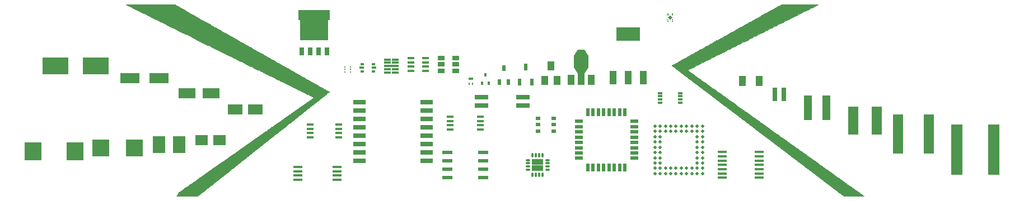
<source format=gbr>
G04 #@! TF.GenerationSoftware,KiCad,Pcbnew,5.0.0-rc2-dev-unknown-44bf92a~82~ubuntu16.04.1*
G04 #@! TF.CreationDate,2018-05-20T23:31:12+01:00*
G04 #@! TF.ProjectId,ruler,72756C65722E6B696361645F70636200,rev?*
G04 #@! TF.SameCoordinates,Original*
G04 #@! TF.FileFunction,Copper,L2,Bot,Signal*
G04 #@! TF.FilePolarity,Positive*
%FSLAX45Y45*%
G04 Gerber Fmt 4.5, Leading zero omitted, Abs format (unit mm)*
G04 Created by KiCad (PCBNEW 5.0.0-rc2-dev-unknown-44bf92a~82~ubuntu16.04.1) date Sun May 20 23:31:12 2018*
%MOMM*%
%LPD*%
G01*
G04 APERTURE LIST*
%ADD10C,0.010000*%
%ADD11R,0.800000X0.300000*%
%ADD12R,2.000000X0.640000*%
%ADD13R,1.450000X0.450000*%
%ADD14R,0.900000X0.600000*%
%ADD15R,0.600000X0.900000*%
%ADD16R,0.700000X1.150000*%
%ADD17R,4.200000X3.300000*%
%ADD18R,4.700000X1.550000*%
%ADD19C,0.090000*%
%ADD20C,0.150000*%
%ADD21R,0.070000X0.180000*%
%ADD22C,0.125004*%
%ADD23R,0.250000X0.220000*%
%ADD24C,0.480000*%
%ADD25C,0.850000*%
%ADD26R,1.000000X1.500000*%
%ADD27R,1.000000X1.800000*%
%ADD28R,2.200000X1.840000*%
%ADD29C,1.000000*%
%ADD30R,1.070000X0.300000*%
%ADD31R,2.300000X0.300000*%
%ADD32R,0.500000X0.375000*%
%ADD33R,0.650000X0.300000*%
%ADD34R,1.000000X1.400000*%
%ADD35R,1.905000X0.635000*%
%ADD36R,1.397000X0.431800*%
%ADD37R,1.060000X0.650000*%
%ADD38R,1.060000X0.400000*%
%ADD39R,0.200000X0.200000*%
%ADD40R,0.650000X2.000000*%
%ADD41R,1.800000X7.700000*%
%ADD42R,1.100000X0.400000*%
%ADD43R,4.000000X2.500000*%
%ADD44R,0.700000X0.510000*%
%ADD45R,1.021080X0.408940*%
%ADD46R,1.950000X1.500000*%
%ADD47R,1.950000X2.500000*%
%ADD48R,2.550000X2.500000*%
%ADD49R,2.550000X2.700000*%
%ADD50R,0.900000X0.900000*%
%ADD51O,0.300000X0.750000*%
%ADD52O,0.750000X0.300000*%
%ADD53C,0.500380*%
%ADD54R,0.500000X1.200000*%
%ADD55R,1.200000X0.500000*%
%ADD56R,1.550000X0.600000*%
%ADD57R,1.200000X3.700000*%
%ADD58R,1.500000X4.200000*%
%ADD59R,1.600000X5.900000*%
%ADD60R,0.600000X1.000000*%
%ADD61R,0.550000X0.850000*%
%ADD62R,0.700000X0.400000*%
%ADD63R,0.250000X0.400000*%
%ADD64R,0.400000X0.510000*%
%ADD65R,1.016000X2.032000*%
%ADD66R,3.657600X2.032000*%
%ADD67R,2.200000X1.600000*%
%ADD68R,2.600000X1.600000*%
%ADD69R,3.000000X1.600000*%
G04 APERTURE END LIST*
D10*
G36*
X18771342Y-9048787D02*
X19048095Y-9048825D01*
X19015075Y-9065379D01*
X19007479Y-9069189D01*
X18997786Y-9074054D01*
X18986168Y-9079889D01*
X18972794Y-9086606D01*
X18957839Y-9094120D01*
X18941472Y-9102344D01*
X18923866Y-9111192D01*
X18905191Y-9120578D01*
X18885621Y-9130416D01*
X18865326Y-9140618D01*
X18844477Y-9151100D01*
X18823247Y-9161774D01*
X18801807Y-9172554D01*
X18780329Y-9183355D01*
X18758984Y-9194090D01*
X18737943Y-9204672D01*
X18717379Y-9215015D01*
X18697463Y-9225033D01*
X18678366Y-9234641D01*
X18660260Y-9243750D01*
X18643317Y-9252276D01*
X18627708Y-9260132D01*
X18613605Y-9267232D01*
X18603595Y-9272272D01*
X18589251Y-9279494D01*
X18572989Y-9287681D01*
X18555160Y-9296655D01*
X18536115Y-9306240D01*
X18516205Y-9316260D01*
X18495781Y-9326536D01*
X18475194Y-9336894D01*
X18454795Y-9347156D01*
X18434936Y-9357145D01*
X18415968Y-9366685D01*
X18405475Y-9371962D01*
X18386559Y-9381475D01*
X18366094Y-9391766D01*
X18344489Y-9402632D01*
X18322150Y-9413867D01*
X18299487Y-9425265D01*
X18276907Y-9436622D01*
X18254819Y-9447732D01*
X18233630Y-9458390D01*
X18213748Y-9468390D01*
X18195581Y-9477529D01*
X18189575Y-9480550D01*
X18171454Y-9489666D01*
X18151509Y-9499699D01*
X18130187Y-9510425D01*
X18107931Y-9521620D01*
X18085189Y-9533060D01*
X18062405Y-9544521D01*
X18040025Y-9555778D01*
X18018494Y-9566608D01*
X17998259Y-9576787D01*
X17980660Y-9585639D01*
X17947185Y-9602478D01*
X17915864Y-9618232D01*
X17886582Y-9632961D01*
X17859225Y-9646721D01*
X17833679Y-9659572D01*
X17809827Y-9671569D01*
X17787556Y-9682772D01*
X17766751Y-9693237D01*
X17747297Y-9703024D01*
X17729079Y-9712188D01*
X17711982Y-9720788D01*
X17695891Y-9728883D01*
X17680693Y-9736529D01*
X17666271Y-9743784D01*
X17652512Y-9750706D01*
X17639300Y-9757353D01*
X17626521Y-9763782D01*
X17614060Y-9770052D01*
X17601802Y-9776219D01*
X17589632Y-9782342D01*
X17577436Y-9788479D01*
X17565099Y-9794687D01*
X17563465Y-9795509D01*
X17547792Y-9803395D01*
X17530196Y-9812247D01*
X17511020Y-9821892D01*
X17490612Y-9832157D01*
X17469315Y-9842868D01*
X17447477Y-9853850D01*
X17425441Y-9864931D01*
X17403555Y-9875936D01*
X17382162Y-9886692D01*
X17361608Y-9897025D01*
X17342240Y-9906762D01*
X17341215Y-9907277D01*
X17317437Y-9919230D01*
X17294144Y-9930943D01*
X17271441Y-9942363D01*
X17249432Y-9953436D01*
X17228221Y-9964110D01*
X17207915Y-9974333D01*
X17188617Y-9984050D01*
X17170432Y-9993210D01*
X17153466Y-10001760D01*
X17137822Y-10009646D01*
X17123607Y-10016817D01*
X17110923Y-10023219D01*
X17099877Y-10028799D01*
X17090572Y-10033505D01*
X17083115Y-10037284D01*
X17077609Y-10040082D01*
X17074159Y-10041848D01*
X17072870Y-10042529D01*
X17072866Y-10042532D01*
X17073799Y-10043309D01*
X17076619Y-10045428D01*
X17081146Y-10048759D01*
X17087198Y-10053170D01*
X17094593Y-10058530D01*
X17103152Y-10064708D01*
X17112693Y-10071572D01*
X17123035Y-10078990D01*
X17131921Y-10085350D01*
X17140194Y-10091265D01*
X17150351Y-10098528D01*
X17162212Y-10107010D01*
X17175595Y-10116581D01*
X17190318Y-10127111D01*
X17206200Y-10138471D01*
X17223061Y-10150531D01*
X17240718Y-10163162D01*
X17258991Y-10176233D01*
X17277698Y-10189615D01*
X17296658Y-10203178D01*
X17315689Y-10216793D01*
X17334611Y-10230330D01*
X17343755Y-10236872D01*
X17362215Y-10250078D01*
X17380656Y-10263270D01*
X17398918Y-10276333D01*
X17416839Y-10289151D01*
X17434257Y-10301608D01*
X17451009Y-10313589D01*
X17466935Y-10324977D01*
X17481872Y-10335658D01*
X17495658Y-10345515D01*
X17508132Y-10354432D01*
X17519132Y-10362294D01*
X17528497Y-10368986D01*
X17536063Y-10374391D01*
X17539970Y-10377180D01*
X17546270Y-10381679D01*
X17554474Y-10387540D01*
X17564419Y-10394648D01*
X17575945Y-10402887D01*
X17588889Y-10412142D01*
X17603090Y-10422295D01*
X17618386Y-10433233D01*
X17634614Y-10444839D01*
X17651614Y-10456997D01*
X17669223Y-10469592D01*
X17687279Y-10482508D01*
X17705621Y-10495629D01*
X17724087Y-10508840D01*
X17736185Y-10517496D01*
X17769489Y-10541324D01*
X17800800Y-10563726D01*
X17830189Y-10584753D01*
X17857728Y-10604456D01*
X17883491Y-10622887D01*
X17907548Y-10640098D01*
X17929972Y-10656141D01*
X17950835Y-10671066D01*
X17970208Y-10684925D01*
X17988165Y-10697770D01*
X18004777Y-10709653D01*
X18020116Y-10720624D01*
X18034255Y-10730736D01*
X18047264Y-10740040D01*
X18059217Y-10748587D01*
X18070186Y-10756430D01*
X18080242Y-10763620D01*
X18089458Y-10770207D01*
X18097905Y-10776245D01*
X18105656Y-10781784D01*
X18112784Y-10786875D01*
X18119359Y-10791571D01*
X18124170Y-10795007D01*
X18130470Y-10799507D01*
X18138673Y-10805369D01*
X18148618Y-10812478D01*
X18160144Y-10820719D01*
X18173087Y-10829975D01*
X18187288Y-10840130D01*
X18202582Y-10851069D01*
X18218810Y-10862677D01*
X18235809Y-10874837D01*
X18253417Y-10887434D01*
X18271473Y-10900352D01*
X18289814Y-10913475D01*
X18308280Y-10926688D01*
X18320385Y-10935350D01*
X18338749Y-10948491D01*
X18357035Y-10961576D01*
X18375088Y-10974492D01*
X18392750Y-10987128D01*
X18409865Y-10999372D01*
X18426277Y-11011112D01*
X18441829Y-11022236D01*
X18456365Y-11032632D01*
X18469727Y-11042188D01*
X18481761Y-11050792D01*
X18492308Y-11058333D01*
X18501213Y-11064698D01*
X18508319Y-11069775D01*
X18512155Y-11072514D01*
X18517902Y-11076619D01*
X18525558Y-11082089D01*
X18534967Y-11088815D01*
X18545972Y-11096682D01*
X18558416Y-11105581D01*
X18572143Y-11115397D01*
X18586997Y-11126021D01*
X18602820Y-11137339D01*
X18619457Y-11149240D01*
X18636751Y-11161612D01*
X18654546Y-11174342D01*
X18672684Y-11187320D01*
X18691010Y-11200432D01*
X18703925Y-11209674D01*
X18722384Y-11222882D01*
X18740825Y-11236077D01*
X18759086Y-11249142D01*
X18777006Y-11261962D01*
X18794423Y-11274420D01*
X18811175Y-11286403D01*
X18827101Y-11297792D01*
X18842037Y-11308474D01*
X18855824Y-11318332D01*
X18868298Y-11327250D01*
X18879298Y-11335113D01*
X18888663Y-11341805D01*
X18896230Y-11347211D01*
X18900140Y-11350003D01*
X18906440Y-11354501D01*
X18914643Y-11360362D01*
X18924588Y-11367470D01*
X18936113Y-11375710D01*
X18949057Y-11384964D01*
X18963257Y-11395119D01*
X18978552Y-11406057D01*
X18994779Y-11417664D01*
X19011778Y-11429824D01*
X19029386Y-11442420D01*
X19047441Y-11455338D01*
X19065783Y-11468461D01*
X19084248Y-11481674D01*
X19096355Y-11490338D01*
X19114719Y-11503479D01*
X19133005Y-11516564D01*
X19151058Y-11529480D01*
X19168720Y-11542116D01*
X19185835Y-11554361D01*
X19202247Y-11566101D01*
X19217799Y-11577225D01*
X19232334Y-11587621D01*
X19245697Y-11597177D01*
X19257730Y-11605782D01*
X19268278Y-11613322D01*
X19277183Y-11619687D01*
X19284289Y-11624764D01*
X19288125Y-11627504D01*
X19293872Y-11631608D01*
X19301529Y-11637079D01*
X19310938Y-11643804D01*
X19321943Y-11651672D01*
X19334387Y-11660569D01*
X19348115Y-11670386D01*
X19362969Y-11681008D01*
X19378793Y-11692326D01*
X19395430Y-11704226D01*
X19412725Y-11716597D01*
X19430520Y-11729326D01*
X19448659Y-11742303D01*
X19466985Y-11755414D01*
X19479895Y-11764651D01*
X19498561Y-11778006D01*
X19517340Y-11791440D01*
X19536058Y-11804830D01*
X19554542Y-11818050D01*
X19572618Y-11830977D01*
X19590113Y-11843488D01*
X19606852Y-11855457D01*
X19622664Y-11866761D01*
X19637374Y-11877276D01*
X19650808Y-11886877D01*
X19662793Y-11895441D01*
X19673156Y-11902844D01*
X19681724Y-11908962D01*
X19685635Y-11911753D01*
X19696042Y-11919182D01*
X19705894Y-11926222D01*
X19714985Y-11932725D01*
X19723106Y-11938541D01*
X19730050Y-11943522D01*
X19735609Y-11947518D01*
X19739575Y-11950381D01*
X19741741Y-11951963D01*
X19742004Y-11952161D01*
X19742402Y-11952514D01*
X19742551Y-11952829D01*
X19742318Y-11953110D01*
X19741572Y-11953357D01*
X19740183Y-11953574D01*
X19738020Y-11953761D01*
X19734950Y-11953922D01*
X19730842Y-11954058D01*
X19725567Y-11954171D01*
X19718991Y-11954264D01*
X19710985Y-11954338D01*
X19701417Y-11954395D01*
X19690155Y-11954438D01*
X19677070Y-11954469D01*
X19662028Y-11954489D01*
X19644900Y-11954502D01*
X19625553Y-11954508D01*
X19603858Y-11954510D01*
X19593194Y-11954510D01*
X19441355Y-11954510D01*
X19437765Y-11951554D01*
X19435616Y-11949850D01*
X19431837Y-11946921D01*
X19426824Y-11943070D01*
X19420974Y-11938602D01*
X19415125Y-11934157D01*
X19407915Y-11928690D01*
X19400278Y-11922894D01*
X19392887Y-11917281D01*
X19386414Y-11912362D01*
X19383058Y-11909808D01*
X19368043Y-11898380D01*
X19354515Y-11888085D01*
X19341938Y-11878515D01*
X19329778Y-11869263D01*
X19327813Y-11867768D01*
X19320452Y-11862168D01*
X19312055Y-11855781D01*
X19303609Y-11849355D01*
X19296098Y-11843642D01*
X19295428Y-11843132D01*
X19288509Y-11837868D01*
X19280978Y-11832138D01*
X19273654Y-11826566D01*
X19267356Y-11821773D01*
X19266218Y-11820907D01*
X19259550Y-11815832D01*
X19251960Y-11810056D01*
X19244547Y-11804415D01*
X19240183Y-11801093D01*
X19234153Y-11796505D01*
X19226943Y-11791019D01*
X19219392Y-11785274D01*
X19212340Y-11779910D01*
X19211290Y-11779111D01*
X19196383Y-11767771D01*
X19182595Y-11757281D01*
X19170147Y-11747811D01*
X19159263Y-11739529D01*
X19150165Y-11732605D01*
X19149695Y-11732247D01*
X19143914Y-11727848D01*
X19136896Y-11722508D01*
X19129426Y-11716824D01*
X19122289Y-11711395D01*
X19120485Y-11710022D01*
X19113577Y-11704768D01*
X19106121Y-11699094D01*
X19098900Y-11693600D01*
X19092700Y-11688882D01*
X19091275Y-11687797D01*
X19085494Y-11683398D01*
X19078476Y-11678058D01*
X19071006Y-11672374D01*
X19063869Y-11666945D01*
X19062065Y-11665572D01*
X19055157Y-11660318D01*
X19047701Y-11654644D01*
X19040480Y-11649150D01*
X19034280Y-11644432D01*
X19032855Y-11643347D01*
X19027074Y-11638948D01*
X19020056Y-11633608D01*
X19012586Y-11627924D01*
X19005449Y-11622495D01*
X19003645Y-11621122D01*
X18996737Y-11615868D01*
X18989281Y-11610194D01*
X18982060Y-11604700D01*
X18975860Y-11599982D01*
X18974435Y-11598897D01*
X18968654Y-11594498D01*
X18961636Y-11589158D01*
X18954166Y-11583474D01*
X18947029Y-11578045D01*
X18945225Y-11576672D01*
X18938317Y-11571418D01*
X18930861Y-11565744D01*
X18923640Y-11560250D01*
X18917440Y-11555532D01*
X18916015Y-11554447D01*
X18910234Y-11550048D01*
X18903216Y-11544708D01*
X18895746Y-11539024D01*
X18888609Y-11533595D01*
X18886805Y-11532222D01*
X18879856Y-11526936D01*
X18872319Y-11521202D01*
X18864993Y-11515628D01*
X18858678Y-11510823D01*
X18857278Y-11509757D01*
X18850610Y-11504682D01*
X18843020Y-11498906D01*
X18835607Y-11493265D01*
X18831243Y-11489943D01*
X18825272Y-11485400D01*
X18818099Y-11479942D01*
X18810544Y-11474193D01*
X18803424Y-11468777D01*
X18802033Y-11467718D01*
X18794672Y-11462118D01*
X18786275Y-11455731D01*
X18777829Y-11449305D01*
X18770318Y-11443592D01*
X18769648Y-11443082D01*
X18762729Y-11437818D01*
X18755198Y-11432088D01*
X18747874Y-11426516D01*
X18741576Y-11421723D01*
X18740438Y-11420857D01*
X18733770Y-11415782D01*
X18726180Y-11410006D01*
X18718767Y-11404365D01*
X18714403Y-11401043D01*
X18708373Y-11396455D01*
X18701163Y-11390969D01*
X18693612Y-11385224D01*
X18686560Y-11379860D01*
X18685510Y-11379061D01*
X18670603Y-11367721D01*
X18656815Y-11357231D01*
X18644367Y-11347761D01*
X18633483Y-11339479D01*
X18624385Y-11332555D01*
X18623915Y-11332197D01*
X18618134Y-11327798D01*
X18611116Y-11322458D01*
X18603646Y-11316774D01*
X18596509Y-11311345D01*
X18594705Y-11309972D01*
X18587797Y-11304718D01*
X18580341Y-11299044D01*
X18573120Y-11293550D01*
X18566920Y-11288832D01*
X18565495Y-11287747D01*
X18559714Y-11283348D01*
X18552696Y-11278008D01*
X18545226Y-11272324D01*
X18538089Y-11266895D01*
X18536285Y-11265522D01*
X18529377Y-11260268D01*
X18521921Y-11254594D01*
X18514700Y-11249100D01*
X18508500Y-11244382D01*
X18507075Y-11243297D01*
X18501294Y-11238898D01*
X18494276Y-11233558D01*
X18486806Y-11227874D01*
X18479669Y-11222445D01*
X18477865Y-11221072D01*
X18470957Y-11215818D01*
X18463501Y-11210144D01*
X18456280Y-11204650D01*
X18450080Y-11199932D01*
X18448655Y-11198847D01*
X18442874Y-11194448D01*
X18435856Y-11189108D01*
X18428386Y-11183424D01*
X18421249Y-11177995D01*
X18419445Y-11176623D01*
X18412537Y-11171368D01*
X18405081Y-11165694D01*
X18397860Y-11160200D01*
X18391660Y-11155482D01*
X18390235Y-11154398D01*
X18384454Y-11149998D01*
X18377436Y-11144658D01*
X18369966Y-11138974D01*
X18362829Y-11133545D01*
X18361025Y-11132173D01*
X18354117Y-11126918D01*
X18346661Y-11121244D01*
X18339440Y-11115750D01*
X18333240Y-11111032D01*
X18331815Y-11109948D01*
X18326034Y-11105548D01*
X18319016Y-11100208D01*
X18311546Y-11094524D01*
X18304409Y-11089095D01*
X18302605Y-11087723D01*
X18295697Y-11082468D01*
X18288241Y-11076794D01*
X18281020Y-11071300D01*
X18274820Y-11066582D01*
X18273395Y-11065498D01*
X18267614Y-11061098D01*
X18260596Y-11055758D01*
X18253126Y-11050074D01*
X18245989Y-11044645D01*
X18244185Y-11043273D01*
X18237277Y-11038018D01*
X18229821Y-11032344D01*
X18222600Y-11026850D01*
X18216400Y-11022132D01*
X18214975Y-11021048D01*
X18209194Y-11016648D01*
X18202176Y-11011308D01*
X18194706Y-11005624D01*
X18187569Y-11000195D01*
X18185765Y-10998823D01*
X18178857Y-10993568D01*
X18171401Y-10987894D01*
X18164180Y-10982400D01*
X18157980Y-10977682D01*
X18156555Y-10976598D01*
X18150774Y-10972198D01*
X18143756Y-10966858D01*
X18136286Y-10961174D01*
X18129149Y-10955745D01*
X18127345Y-10954373D01*
X18120437Y-10949118D01*
X18112981Y-10943444D01*
X18105760Y-10937950D01*
X18099560Y-10933232D01*
X18098135Y-10932148D01*
X18092354Y-10927748D01*
X18085336Y-10922408D01*
X18077866Y-10916724D01*
X18070729Y-10911295D01*
X18068925Y-10909923D01*
X18062017Y-10904668D01*
X18054561Y-10898995D01*
X18047340Y-10893501D01*
X18041140Y-10888782D01*
X18039715Y-10887698D01*
X18033931Y-10883298D01*
X18026910Y-10877960D01*
X18019437Y-10872281D01*
X18012298Y-10866859D01*
X18010505Y-10865497D01*
X18003594Y-10860247D01*
X17996133Y-10854573D01*
X17988909Y-10849075D01*
X17982709Y-10844351D01*
X17981295Y-10843272D01*
X17975511Y-10838863D01*
X17968488Y-10833517D01*
X17961015Y-10827832D01*
X17953875Y-10822407D01*
X17952085Y-10821047D01*
X17945090Y-10815732D01*
X17937467Y-10809930D01*
X17930032Y-10804264D01*
X17923600Y-10799354D01*
X17922240Y-10798315D01*
X17916066Y-10793602D01*
X17908725Y-10788010D01*
X17901077Y-10782195D01*
X17893981Y-10776810D01*
X17893030Y-10776089D01*
X17886089Y-10770823D01*
X17878469Y-10765031D01*
X17871028Y-10759365D01*
X17864627Y-10754481D01*
X17863820Y-10753864D01*
X17857646Y-10749151D01*
X17850306Y-10743560D01*
X17842658Y-10737745D01*
X17835562Y-10732359D01*
X17834610Y-10731638D01*
X17827318Y-10726108D01*
X17819001Y-10719793D01*
X17810653Y-10713449D01*
X17803267Y-10707831D01*
X17802860Y-10707521D01*
X17795972Y-10702277D01*
X17788447Y-10696548D01*
X17781124Y-10690974D01*
X17774844Y-10686194D01*
X17773968Y-10685527D01*
X17767300Y-10680452D01*
X17759710Y-10674676D01*
X17752297Y-10669035D01*
X17747933Y-10665713D01*
X17741962Y-10661170D01*
X17734789Y-10655712D01*
X17727234Y-10649963D01*
X17720114Y-10644547D01*
X17718723Y-10643488D01*
X17711362Y-10637889D01*
X17702965Y-10631501D01*
X17694519Y-10625075D01*
X17687008Y-10619362D01*
X17686338Y-10618852D01*
X17679461Y-10613620D01*
X17672012Y-10607953D01*
X17664795Y-10602461D01*
X17658614Y-10597758D01*
X17657445Y-10596868D01*
X17651664Y-10592468D01*
X17644646Y-10587128D01*
X17637176Y-10581444D01*
X17630039Y-10576015D01*
X17628235Y-10574643D01*
X17621327Y-10569388D01*
X17613871Y-10563714D01*
X17606650Y-10558220D01*
X17600450Y-10553502D01*
X17599025Y-10552418D01*
X17593244Y-10548018D01*
X17586226Y-10542678D01*
X17578756Y-10536994D01*
X17571619Y-10531565D01*
X17569815Y-10530193D01*
X17562907Y-10524938D01*
X17555451Y-10519264D01*
X17548230Y-10513770D01*
X17542030Y-10509052D01*
X17540605Y-10507968D01*
X17534824Y-10503568D01*
X17527806Y-10498228D01*
X17520336Y-10492544D01*
X17513199Y-10487115D01*
X17511395Y-10485743D01*
X17504487Y-10480488D01*
X17497031Y-10474814D01*
X17489810Y-10469320D01*
X17483610Y-10464602D01*
X17482185Y-10463518D01*
X17476404Y-10459118D01*
X17469386Y-10453778D01*
X17461916Y-10448094D01*
X17454779Y-10442665D01*
X17452975Y-10441293D01*
X17446067Y-10436038D01*
X17438611Y-10430364D01*
X17431390Y-10424870D01*
X17425190Y-10420152D01*
X17423765Y-10419068D01*
X17417984Y-10414668D01*
X17410966Y-10409328D01*
X17403496Y-10403644D01*
X17396359Y-10398215D01*
X17394555Y-10396843D01*
X17387647Y-10391588D01*
X17380191Y-10385914D01*
X17372970Y-10380420D01*
X17366770Y-10375702D01*
X17365345Y-10374618D01*
X17359564Y-10370218D01*
X17352546Y-10364878D01*
X17345076Y-10359194D01*
X17337939Y-10353765D01*
X17336135Y-10352393D01*
X17329227Y-10347138D01*
X17321771Y-10341464D01*
X17314550Y-10335970D01*
X17308350Y-10331252D01*
X17306925Y-10330168D01*
X17301144Y-10325768D01*
X17294126Y-10320428D01*
X17286656Y-10314744D01*
X17279519Y-10309315D01*
X17277715Y-10307943D01*
X17270807Y-10302688D01*
X17263351Y-10297014D01*
X17256130Y-10291520D01*
X17249930Y-10286802D01*
X17248505Y-10285718D01*
X17242724Y-10281318D01*
X17235706Y-10275978D01*
X17228236Y-10270294D01*
X17221099Y-10264865D01*
X17219295Y-10263493D01*
X17212387Y-10258238D01*
X17204931Y-10252564D01*
X17197710Y-10247070D01*
X17191510Y-10242352D01*
X17190085Y-10241268D01*
X17184304Y-10236868D01*
X17177286Y-10231528D01*
X17169816Y-10225844D01*
X17162679Y-10220415D01*
X17160875Y-10219043D01*
X17153967Y-10213788D01*
X17146511Y-10208114D01*
X17139290Y-10202620D01*
X17133090Y-10197902D01*
X17131665Y-10196818D01*
X17125884Y-10192418D01*
X17118866Y-10187078D01*
X17111396Y-10181394D01*
X17104259Y-10175965D01*
X17102455Y-10174593D01*
X17095547Y-10169338D01*
X17088091Y-10163664D01*
X17080870Y-10158170D01*
X17074670Y-10153452D01*
X17073245Y-10152368D01*
X17067464Y-10147968D01*
X17060446Y-10142628D01*
X17052976Y-10136944D01*
X17045839Y-10131515D01*
X17044035Y-10130143D01*
X17037127Y-10124888D01*
X17029671Y-10119214D01*
X17022450Y-10113720D01*
X17016250Y-10109002D01*
X17014825Y-10107918D01*
X17009044Y-10103518D01*
X17002026Y-10098178D01*
X16994556Y-10092494D01*
X16987419Y-10087065D01*
X16985615Y-10085693D01*
X16978666Y-10080407D01*
X16971129Y-10074672D01*
X16963803Y-10069098D01*
X16957488Y-10064293D01*
X16956088Y-10063227D01*
X16949420Y-10058152D01*
X16941830Y-10052376D01*
X16934417Y-10046735D01*
X16930053Y-10043413D01*
X16924138Y-10038913D01*
X16917002Y-10033483D01*
X16909443Y-10027732D01*
X16902261Y-10022268D01*
X16900525Y-10020947D01*
X16893617Y-10015692D01*
X16886160Y-10010017D01*
X16878939Y-10004521D01*
X16872739Y-9999800D01*
X16871315Y-9998715D01*
X16865098Y-9993981D01*
X16858333Y-9988831D01*
X16851963Y-9983983D01*
X16848138Y-9981073D01*
X16843798Y-9977693D01*
X16840343Y-9974850D01*
X16838196Y-9972903D01*
X16837698Y-9972254D01*
X16838767Y-9971391D01*
X16841703Y-9969538D01*
X16846141Y-9966913D01*
X16851713Y-9963733D01*
X16856430Y-9961108D01*
X16861200Y-9958472D01*
X16867896Y-9954761D01*
X16876229Y-9950134D01*
X16885907Y-9944755D01*
X16896639Y-9938785D01*
X16908135Y-9932385D01*
X16920103Y-9925717D01*
X16932253Y-9918944D01*
X16936085Y-9916807D01*
X16948905Y-9909657D01*
X16962181Y-9902256D01*
X16975534Y-9894814D01*
X16988586Y-9887541D01*
X17000959Y-9880649D01*
X17012275Y-9874347D01*
X17022155Y-9868848D01*
X17030222Y-9864362D01*
X17030700Y-9864096D01*
X17038629Y-9859687D01*
X17048397Y-9854250D01*
X17059627Y-9847998D01*
X17071940Y-9841140D01*
X17084958Y-9833888D01*
X17098303Y-9826452D01*
X17111597Y-9819042D01*
X17124460Y-9811870D01*
X17125315Y-9811393D01*
X17138135Y-9804245D01*
X17151411Y-9796845D01*
X17164765Y-9789403D01*
X17177818Y-9782131D01*
X17190191Y-9775240D01*
X17201507Y-9768939D01*
X17211388Y-9763440D01*
X17219454Y-9758953D01*
X17219930Y-9758688D01*
X17227859Y-9754278D01*
X17237627Y-9748842D01*
X17248857Y-9742589D01*
X17261170Y-9735731D01*
X17274188Y-9728478D01*
X17287533Y-9721042D01*
X17300827Y-9713632D01*
X17313690Y-9706460D01*
X17314545Y-9705983D01*
X17327365Y-9698835D01*
X17340641Y-9691435D01*
X17353995Y-9683993D01*
X17367048Y-9676721D01*
X17379421Y-9669830D01*
X17390737Y-9663529D01*
X17400618Y-9658030D01*
X17408684Y-9653543D01*
X17409160Y-9653278D01*
X17417089Y-9648868D01*
X17426857Y-9643432D01*
X17438087Y-9637179D01*
X17450400Y-9630321D01*
X17463418Y-9623068D01*
X17476763Y-9615632D01*
X17490057Y-9608222D01*
X17502920Y-9601050D01*
X17503775Y-9600573D01*
X17516595Y-9593425D01*
X17529871Y-9586025D01*
X17543225Y-9578583D01*
X17556278Y-9571311D01*
X17568651Y-9564420D01*
X17579967Y-9558119D01*
X17589848Y-9552620D01*
X17597914Y-9548133D01*
X17598390Y-9547868D01*
X17606319Y-9543458D01*
X17616087Y-9538022D01*
X17627317Y-9531769D01*
X17639630Y-9524911D01*
X17652648Y-9517658D01*
X17665993Y-9510222D01*
X17679287Y-9502812D01*
X17692150Y-9495640D01*
X17693005Y-9495163D01*
X17705825Y-9488015D01*
X17719101Y-9480615D01*
X17732455Y-9473173D01*
X17745508Y-9465901D01*
X17757881Y-9459010D01*
X17769197Y-9452709D01*
X17779078Y-9447210D01*
X17787144Y-9442723D01*
X17787620Y-9442458D01*
X17795549Y-9438048D01*
X17805317Y-9432612D01*
X17816547Y-9426359D01*
X17828860Y-9419501D01*
X17841878Y-9412248D01*
X17855223Y-9404812D01*
X17868517Y-9397402D01*
X17881380Y-9390230D01*
X17882235Y-9389753D01*
X17895055Y-9382605D01*
X17908331Y-9375205D01*
X17921685Y-9367763D01*
X17934738Y-9360491D01*
X17947111Y-9353600D01*
X17958427Y-9347299D01*
X17968308Y-9341800D01*
X17976374Y-9337313D01*
X17976850Y-9337048D01*
X17984779Y-9332638D01*
X17994547Y-9327202D01*
X18005777Y-9320949D01*
X18018090Y-9314091D01*
X18031108Y-9306838D01*
X18044453Y-9299402D01*
X18057747Y-9291992D01*
X18070610Y-9284820D01*
X18071465Y-9284343D01*
X18084285Y-9277195D01*
X18097562Y-9269794D01*
X18110915Y-9262352D01*
X18123968Y-9255080D01*
X18136341Y-9248187D01*
X18147658Y-9241886D01*
X18157538Y-9236386D01*
X18165604Y-9231898D01*
X18166080Y-9231633D01*
X18176889Y-9225621D01*
X18188670Y-9219066D01*
X18201551Y-9211896D01*
X18215663Y-9204039D01*
X18231135Y-9195422D01*
X18248097Y-9185974D01*
X18266678Y-9175622D01*
X18287007Y-9164294D01*
X18309215Y-9151917D01*
X18333431Y-9138421D01*
X18349595Y-9129412D01*
X18362824Y-9122040D01*
X18376841Y-9114231D01*
X18391214Y-9106227D01*
X18405508Y-9098270D01*
X18419288Y-9090600D01*
X18432121Y-9083461D01*
X18443572Y-9077093D01*
X18452572Y-9072092D01*
X18494588Y-9048750D01*
X18771342Y-9048787D01*
X18771342Y-9048787D01*
G37*
X18771342Y-9048787D02*
X19048095Y-9048825D01*
X19015075Y-9065379D01*
X19007479Y-9069189D01*
X18997786Y-9074054D01*
X18986168Y-9079889D01*
X18972794Y-9086606D01*
X18957839Y-9094120D01*
X18941472Y-9102344D01*
X18923866Y-9111192D01*
X18905191Y-9120578D01*
X18885621Y-9130416D01*
X18865326Y-9140618D01*
X18844477Y-9151100D01*
X18823247Y-9161774D01*
X18801807Y-9172554D01*
X18780329Y-9183355D01*
X18758984Y-9194090D01*
X18737943Y-9204672D01*
X18717379Y-9215015D01*
X18697463Y-9225033D01*
X18678366Y-9234641D01*
X18660260Y-9243750D01*
X18643317Y-9252276D01*
X18627708Y-9260132D01*
X18613605Y-9267232D01*
X18603595Y-9272272D01*
X18589251Y-9279494D01*
X18572989Y-9287681D01*
X18555160Y-9296655D01*
X18536115Y-9306240D01*
X18516205Y-9316260D01*
X18495781Y-9326536D01*
X18475194Y-9336894D01*
X18454795Y-9347156D01*
X18434936Y-9357145D01*
X18415968Y-9366685D01*
X18405475Y-9371962D01*
X18386559Y-9381475D01*
X18366094Y-9391766D01*
X18344489Y-9402632D01*
X18322150Y-9413867D01*
X18299487Y-9425265D01*
X18276907Y-9436622D01*
X18254819Y-9447732D01*
X18233630Y-9458390D01*
X18213748Y-9468390D01*
X18195581Y-9477529D01*
X18189575Y-9480550D01*
X18171454Y-9489666D01*
X18151509Y-9499699D01*
X18130187Y-9510425D01*
X18107931Y-9521620D01*
X18085189Y-9533060D01*
X18062405Y-9544521D01*
X18040025Y-9555778D01*
X18018494Y-9566608D01*
X17998259Y-9576787D01*
X17980660Y-9585639D01*
X17947185Y-9602478D01*
X17915864Y-9618232D01*
X17886582Y-9632961D01*
X17859225Y-9646721D01*
X17833679Y-9659572D01*
X17809827Y-9671569D01*
X17787556Y-9682772D01*
X17766751Y-9693237D01*
X17747297Y-9703024D01*
X17729079Y-9712188D01*
X17711982Y-9720788D01*
X17695891Y-9728883D01*
X17680693Y-9736529D01*
X17666271Y-9743784D01*
X17652512Y-9750706D01*
X17639300Y-9757353D01*
X17626521Y-9763782D01*
X17614060Y-9770052D01*
X17601802Y-9776219D01*
X17589632Y-9782342D01*
X17577436Y-9788479D01*
X17565099Y-9794687D01*
X17563465Y-9795509D01*
X17547792Y-9803395D01*
X17530196Y-9812247D01*
X17511020Y-9821892D01*
X17490612Y-9832157D01*
X17469315Y-9842868D01*
X17447477Y-9853850D01*
X17425441Y-9864931D01*
X17403555Y-9875936D01*
X17382162Y-9886692D01*
X17361608Y-9897025D01*
X17342240Y-9906762D01*
X17341215Y-9907277D01*
X17317437Y-9919230D01*
X17294144Y-9930943D01*
X17271441Y-9942363D01*
X17249432Y-9953436D01*
X17228221Y-9964110D01*
X17207915Y-9974333D01*
X17188617Y-9984050D01*
X17170432Y-9993210D01*
X17153466Y-10001760D01*
X17137822Y-10009646D01*
X17123607Y-10016817D01*
X17110923Y-10023219D01*
X17099877Y-10028799D01*
X17090572Y-10033505D01*
X17083115Y-10037284D01*
X17077609Y-10040082D01*
X17074159Y-10041848D01*
X17072870Y-10042529D01*
X17072866Y-10042532D01*
X17073799Y-10043309D01*
X17076619Y-10045428D01*
X17081146Y-10048759D01*
X17087198Y-10053170D01*
X17094593Y-10058530D01*
X17103152Y-10064708D01*
X17112693Y-10071572D01*
X17123035Y-10078990D01*
X17131921Y-10085350D01*
X17140194Y-10091265D01*
X17150351Y-10098528D01*
X17162212Y-10107010D01*
X17175595Y-10116581D01*
X17190318Y-10127111D01*
X17206200Y-10138471D01*
X17223061Y-10150531D01*
X17240718Y-10163162D01*
X17258991Y-10176233D01*
X17277698Y-10189615D01*
X17296658Y-10203178D01*
X17315689Y-10216793D01*
X17334611Y-10230330D01*
X17343755Y-10236872D01*
X17362215Y-10250078D01*
X17380656Y-10263270D01*
X17398918Y-10276333D01*
X17416839Y-10289151D01*
X17434257Y-10301608D01*
X17451009Y-10313589D01*
X17466935Y-10324977D01*
X17481872Y-10335658D01*
X17495658Y-10345515D01*
X17508132Y-10354432D01*
X17519132Y-10362294D01*
X17528497Y-10368986D01*
X17536063Y-10374391D01*
X17539970Y-10377180D01*
X17546270Y-10381679D01*
X17554474Y-10387540D01*
X17564419Y-10394648D01*
X17575945Y-10402887D01*
X17588889Y-10412142D01*
X17603090Y-10422295D01*
X17618386Y-10433233D01*
X17634614Y-10444839D01*
X17651614Y-10456997D01*
X17669223Y-10469592D01*
X17687279Y-10482508D01*
X17705621Y-10495629D01*
X17724087Y-10508840D01*
X17736185Y-10517496D01*
X17769489Y-10541324D01*
X17800800Y-10563726D01*
X17830189Y-10584753D01*
X17857728Y-10604456D01*
X17883491Y-10622887D01*
X17907548Y-10640098D01*
X17929972Y-10656141D01*
X17950835Y-10671066D01*
X17970208Y-10684925D01*
X17988165Y-10697770D01*
X18004777Y-10709653D01*
X18020116Y-10720624D01*
X18034255Y-10730736D01*
X18047264Y-10740040D01*
X18059217Y-10748587D01*
X18070186Y-10756430D01*
X18080242Y-10763620D01*
X18089458Y-10770207D01*
X18097905Y-10776245D01*
X18105656Y-10781784D01*
X18112784Y-10786875D01*
X18119359Y-10791571D01*
X18124170Y-10795007D01*
X18130470Y-10799507D01*
X18138673Y-10805369D01*
X18148618Y-10812478D01*
X18160144Y-10820719D01*
X18173087Y-10829975D01*
X18187288Y-10840130D01*
X18202582Y-10851069D01*
X18218810Y-10862677D01*
X18235809Y-10874837D01*
X18253417Y-10887434D01*
X18271473Y-10900352D01*
X18289814Y-10913475D01*
X18308280Y-10926688D01*
X18320385Y-10935350D01*
X18338749Y-10948491D01*
X18357035Y-10961576D01*
X18375088Y-10974492D01*
X18392750Y-10987128D01*
X18409865Y-10999372D01*
X18426277Y-11011112D01*
X18441829Y-11022236D01*
X18456365Y-11032632D01*
X18469727Y-11042188D01*
X18481761Y-11050792D01*
X18492308Y-11058333D01*
X18501213Y-11064698D01*
X18508319Y-11069775D01*
X18512155Y-11072514D01*
X18517902Y-11076619D01*
X18525558Y-11082089D01*
X18534967Y-11088815D01*
X18545972Y-11096682D01*
X18558416Y-11105581D01*
X18572143Y-11115397D01*
X18586997Y-11126021D01*
X18602820Y-11137339D01*
X18619457Y-11149240D01*
X18636751Y-11161612D01*
X18654546Y-11174342D01*
X18672684Y-11187320D01*
X18691010Y-11200432D01*
X18703925Y-11209674D01*
X18722384Y-11222882D01*
X18740825Y-11236077D01*
X18759086Y-11249142D01*
X18777006Y-11261962D01*
X18794423Y-11274420D01*
X18811175Y-11286403D01*
X18827101Y-11297792D01*
X18842037Y-11308474D01*
X18855824Y-11318332D01*
X18868298Y-11327250D01*
X18879298Y-11335113D01*
X18888663Y-11341805D01*
X18896230Y-11347211D01*
X18900140Y-11350003D01*
X18906440Y-11354501D01*
X18914643Y-11360362D01*
X18924588Y-11367470D01*
X18936113Y-11375710D01*
X18949057Y-11384964D01*
X18963257Y-11395119D01*
X18978552Y-11406057D01*
X18994779Y-11417664D01*
X19011778Y-11429824D01*
X19029386Y-11442420D01*
X19047441Y-11455338D01*
X19065783Y-11468461D01*
X19084248Y-11481674D01*
X19096355Y-11490338D01*
X19114719Y-11503479D01*
X19133005Y-11516564D01*
X19151058Y-11529480D01*
X19168720Y-11542116D01*
X19185835Y-11554361D01*
X19202247Y-11566101D01*
X19217799Y-11577225D01*
X19232334Y-11587621D01*
X19245697Y-11597177D01*
X19257730Y-11605782D01*
X19268278Y-11613322D01*
X19277183Y-11619687D01*
X19284289Y-11624764D01*
X19288125Y-11627504D01*
X19293872Y-11631608D01*
X19301529Y-11637079D01*
X19310938Y-11643804D01*
X19321943Y-11651672D01*
X19334387Y-11660569D01*
X19348115Y-11670386D01*
X19362969Y-11681008D01*
X19378793Y-11692326D01*
X19395430Y-11704226D01*
X19412725Y-11716597D01*
X19430520Y-11729326D01*
X19448659Y-11742303D01*
X19466985Y-11755414D01*
X19479895Y-11764651D01*
X19498561Y-11778006D01*
X19517340Y-11791440D01*
X19536058Y-11804830D01*
X19554542Y-11818050D01*
X19572618Y-11830977D01*
X19590113Y-11843488D01*
X19606852Y-11855457D01*
X19622664Y-11866761D01*
X19637374Y-11877276D01*
X19650808Y-11886877D01*
X19662793Y-11895441D01*
X19673156Y-11902844D01*
X19681724Y-11908962D01*
X19685635Y-11911753D01*
X19696042Y-11919182D01*
X19705894Y-11926222D01*
X19714985Y-11932725D01*
X19723106Y-11938541D01*
X19730050Y-11943522D01*
X19735609Y-11947518D01*
X19739575Y-11950381D01*
X19741741Y-11951963D01*
X19742004Y-11952161D01*
X19742402Y-11952514D01*
X19742551Y-11952829D01*
X19742318Y-11953110D01*
X19741572Y-11953357D01*
X19740183Y-11953574D01*
X19738020Y-11953761D01*
X19734950Y-11953922D01*
X19730842Y-11954058D01*
X19725567Y-11954171D01*
X19718991Y-11954264D01*
X19710985Y-11954338D01*
X19701417Y-11954395D01*
X19690155Y-11954438D01*
X19677070Y-11954469D01*
X19662028Y-11954489D01*
X19644900Y-11954502D01*
X19625553Y-11954508D01*
X19603858Y-11954510D01*
X19593194Y-11954510D01*
X19441355Y-11954510D01*
X19437765Y-11951554D01*
X19435616Y-11949850D01*
X19431837Y-11946921D01*
X19426824Y-11943070D01*
X19420974Y-11938602D01*
X19415125Y-11934157D01*
X19407915Y-11928690D01*
X19400278Y-11922894D01*
X19392887Y-11917281D01*
X19386414Y-11912362D01*
X19383058Y-11909808D01*
X19368043Y-11898380D01*
X19354515Y-11888085D01*
X19341938Y-11878515D01*
X19329778Y-11869263D01*
X19327813Y-11867768D01*
X19320452Y-11862168D01*
X19312055Y-11855781D01*
X19303609Y-11849355D01*
X19296098Y-11843642D01*
X19295428Y-11843132D01*
X19288509Y-11837868D01*
X19280978Y-11832138D01*
X19273654Y-11826566D01*
X19267356Y-11821773D01*
X19266218Y-11820907D01*
X19259550Y-11815832D01*
X19251960Y-11810056D01*
X19244547Y-11804415D01*
X19240183Y-11801093D01*
X19234153Y-11796505D01*
X19226943Y-11791019D01*
X19219392Y-11785274D01*
X19212340Y-11779910D01*
X19211290Y-11779111D01*
X19196383Y-11767771D01*
X19182595Y-11757281D01*
X19170147Y-11747811D01*
X19159263Y-11739529D01*
X19150165Y-11732605D01*
X19149695Y-11732247D01*
X19143914Y-11727848D01*
X19136896Y-11722508D01*
X19129426Y-11716824D01*
X19122289Y-11711395D01*
X19120485Y-11710022D01*
X19113577Y-11704768D01*
X19106121Y-11699094D01*
X19098900Y-11693600D01*
X19092700Y-11688882D01*
X19091275Y-11687797D01*
X19085494Y-11683398D01*
X19078476Y-11678058D01*
X19071006Y-11672374D01*
X19063869Y-11666945D01*
X19062065Y-11665572D01*
X19055157Y-11660318D01*
X19047701Y-11654644D01*
X19040480Y-11649150D01*
X19034280Y-11644432D01*
X19032855Y-11643347D01*
X19027074Y-11638948D01*
X19020056Y-11633608D01*
X19012586Y-11627924D01*
X19005449Y-11622495D01*
X19003645Y-11621122D01*
X18996737Y-11615868D01*
X18989281Y-11610194D01*
X18982060Y-11604700D01*
X18975860Y-11599982D01*
X18974435Y-11598897D01*
X18968654Y-11594498D01*
X18961636Y-11589158D01*
X18954166Y-11583474D01*
X18947029Y-11578045D01*
X18945225Y-11576672D01*
X18938317Y-11571418D01*
X18930861Y-11565744D01*
X18923640Y-11560250D01*
X18917440Y-11555532D01*
X18916015Y-11554447D01*
X18910234Y-11550048D01*
X18903216Y-11544708D01*
X18895746Y-11539024D01*
X18888609Y-11533595D01*
X18886805Y-11532222D01*
X18879856Y-11526936D01*
X18872319Y-11521202D01*
X18864993Y-11515628D01*
X18858678Y-11510823D01*
X18857278Y-11509757D01*
X18850610Y-11504682D01*
X18843020Y-11498906D01*
X18835607Y-11493265D01*
X18831243Y-11489943D01*
X18825272Y-11485400D01*
X18818099Y-11479942D01*
X18810544Y-11474193D01*
X18803424Y-11468777D01*
X18802033Y-11467718D01*
X18794672Y-11462118D01*
X18786275Y-11455731D01*
X18777829Y-11449305D01*
X18770318Y-11443592D01*
X18769648Y-11443082D01*
X18762729Y-11437818D01*
X18755198Y-11432088D01*
X18747874Y-11426516D01*
X18741576Y-11421723D01*
X18740438Y-11420857D01*
X18733770Y-11415782D01*
X18726180Y-11410006D01*
X18718767Y-11404365D01*
X18714403Y-11401043D01*
X18708373Y-11396455D01*
X18701163Y-11390969D01*
X18693612Y-11385224D01*
X18686560Y-11379860D01*
X18685510Y-11379061D01*
X18670603Y-11367721D01*
X18656815Y-11357231D01*
X18644367Y-11347761D01*
X18633483Y-11339479D01*
X18624385Y-11332555D01*
X18623915Y-11332197D01*
X18618134Y-11327798D01*
X18611116Y-11322458D01*
X18603646Y-11316774D01*
X18596509Y-11311345D01*
X18594705Y-11309972D01*
X18587797Y-11304718D01*
X18580341Y-11299044D01*
X18573120Y-11293550D01*
X18566920Y-11288832D01*
X18565495Y-11287747D01*
X18559714Y-11283348D01*
X18552696Y-11278008D01*
X18545226Y-11272324D01*
X18538089Y-11266895D01*
X18536285Y-11265522D01*
X18529377Y-11260268D01*
X18521921Y-11254594D01*
X18514700Y-11249100D01*
X18508500Y-11244382D01*
X18507075Y-11243297D01*
X18501294Y-11238898D01*
X18494276Y-11233558D01*
X18486806Y-11227874D01*
X18479669Y-11222445D01*
X18477865Y-11221072D01*
X18470957Y-11215818D01*
X18463501Y-11210144D01*
X18456280Y-11204650D01*
X18450080Y-11199932D01*
X18448655Y-11198847D01*
X18442874Y-11194448D01*
X18435856Y-11189108D01*
X18428386Y-11183424D01*
X18421249Y-11177995D01*
X18419445Y-11176623D01*
X18412537Y-11171368D01*
X18405081Y-11165694D01*
X18397860Y-11160200D01*
X18391660Y-11155482D01*
X18390235Y-11154398D01*
X18384454Y-11149998D01*
X18377436Y-11144658D01*
X18369966Y-11138974D01*
X18362829Y-11133545D01*
X18361025Y-11132173D01*
X18354117Y-11126918D01*
X18346661Y-11121244D01*
X18339440Y-11115750D01*
X18333240Y-11111032D01*
X18331815Y-11109948D01*
X18326034Y-11105548D01*
X18319016Y-11100208D01*
X18311546Y-11094524D01*
X18304409Y-11089095D01*
X18302605Y-11087723D01*
X18295697Y-11082468D01*
X18288241Y-11076794D01*
X18281020Y-11071300D01*
X18274820Y-11066582D01*
X18273395Y-11065498D01*
X18267614Y-11061098D01*
X18260596Y-11055758D01*
X18253126Y-11050074D01*
X18245989Y-11044645D01*
X18244185Y-11043273D01*
X18237277Y-11038018D01*
X18229821Y-11032344D01*
X18222600Y-11026850D01*
X18216400Y-11022132D01*
X18214975Y-11021048D01*
X18209194Y-11016648D01*
X18202176Y-11011308D01*
X18194706Y-11005624D01*
X18187569Y-11000195D01*
X18185765Y-10998823D01*
X18178857Y-10993568D01*
X18171401Y-10987894D01*
X18164180Y-10982400D01*
X18157980Y-10977682D01*
X18156555Y-10976598D01*
X18150774Y-10972198D01*
X18143756Y-10966858D01*
X18136286Y-10961174D01*
X18129149Y-10955745D01*
X18127345Y-10954373D01*
X18120437Y-10949118D01*
X18112981Y-10943444D01*
X18105760Y-10937950D01*
X18099560Y-10933232D01*
X18098135Y-10932148D01*
X18092354Y-10927748D01*
X18085336Y-10922408D01*
X18077866Y-10916724D01*
X18070729Y-10911295D01*
X18068925Y-10909923D01*
X18062017Y-10904668D01*
X18054561Y-10898995D01*
X18047340Y-10893501D01*
X18041140Y-10888782D01*
X18039715Y-10887698D01*
X18033931Y-10883298D01*
X18026910Y-10877960D01*
X18019437Y-10872281D01*
X18012298Y-10866859D01*
X18010505Y-10865497D01*
X18003594Y-10860247D01*
X17996133Y-10854573D01*
X17988909Y-10849075D01*
X17982709Y-10844351D01*
X17981295Y-10843272D01*
X17975511Y-10838863D01*
X17968488Y-10833517D01*
X17961015Y-10827832D01*
X17953875Y-10822407D01*
X17952085Y-10821047D01*
X17945090Y-10815732D01*
X17937467Y-10809930D01*
X17930032Y-10804264D01*
X17923600Y-10799354D01*
X17922240Y-10798315D01*
X17916066Y-10793602D01*
X17908725Y-10788010D01*
X17901077Y-10782195D01*
X17893981Y-10776810D01*
X17893030Y-10776089D01*
X17886089Y-10770823D01*
X17878469Y-10765031D01*
X17871028Y-10759365D01*
X17864627Y-10754481D01*
X17863820Y-10753864D01*
X17857646Y-10749151D01*
X17850306Y-10743560D01*
X17842658Y-10737745D01*
X17835562Y-10732359D01*
X17834610Y-10731638D01*
X17827318Y-10726108D01*
X17819001Y-10719793D01*
X17810653Y-10713449D01*
X17803267Y-10707831D01*
X17802860Y-10707521D01*
X17795972Y-10702277D01*
X17788447Y-10696548D01*
X17781124Y-10690974D01*
X17774844Y-10686194D01*
X17773968Y-10685527D01*
X17767300Y-10680452D01*
X17759710Y-10674676D01*
X17752297Y-10669035D01*
X17747933Y-10665713D01*
X17741962Y-10661170D01*
X17734789Y-10655712D01*
X17727234Y-10649963D01*
X17720114Y-10644547D01*
X17718723Y-10643488D01*
X17711362Y-10637889D01*
X17702965Y-10631501D01*
X17694519Y-10625075D01*
X17687008Y-10619362D01*
X17686338Y-10618852D01*
X17679461Y-10613620D01*
X17672012Y-10607953D01*
X17664795Y-10602461D01*
X17658614Y-10597758D01*
X17657445Y-10596868D01*
X17651664Y-10592468D01*
X17644646Y-10587128D01*
X17637176Y-10581444D01*
X17630039Y-10576015D01*
X17628235Y-10574643D01*
X17621327Y-10569388D01*
X17613871Y-10563714D01*
X17606650Y-10558220D01*
X17600450Y-10553502D01*
X17599025Y-10552418D01*
X17593244Y-10548018D01*
X17586226Y-10542678D01*
X17578756Y-10536994D01*
X17571619Y-10531565D01*
X17569815Y-10530193D01*
X17562907Y-10524938D01*
X17555451Y-10519264D01*
X17548230Y-10513770D01*
X17542030Y-10509052D01*
X17540605Y-10507968D01*
X17534824Y-10503568D01*
X17527806Y-10498228D01*
X17520336Y-10492544D01*
X17513199Y-10487115D01*
X17511395Y-10485743D01*
X17504487Y-10480488D01*
X17497031Y-10474814D01*
X17489810Y-10469320D01*
X17483610Y-10464602D01*
X17482185Y-10463518D01*
X17476404Y-10459118D01*
X17469386Y-10453778D01*
X17461916Y-10448094D01*
X17454779Y-10442665D01*
X17452975Y-10441293D01*
X17446067Y-10436038D01*
X17438611Y-10430364D01*
X17431390Y-10424870D01*
X17425190Y-10420152D01*
X17423765Y-10419068D01*
X17417984Y-10414668D01*
X17410966Y-10409328D01*
X17403496Y-10403644D01*
X17396359Y-10398215D01*
X17394555Y-10396843D01*
X17387647Y-10391588D01*
X17380191Y-10385914D01*
X17372970Y-10380420D01*
X17366770Y-10375702D01*
X17365345Y-10374618D01*
X17359564Y-10370218D01*
X17352546Y-10364878D01*
X17345076Y-10359194D01*
X17337939Y-10353765D01*
X17336135Y-10352393D01*
X17329227Y-10347138D01*
X17321771Y-10341464D01*
X17314550Y-10335970D01*
X17308350Y-10331252D01*
X17306925Y-10330168D01*
X17301144Y-10325768D01*
X17294126Y-10320428D01*
X17286656Y-10314744D01*
X17279519Y-10309315D01*
X17277715Y-10307943D01*
X17270807Y-10302688D01*
X17263351Y-10297014D01*
X17256130Y-10291520D01*
X17249930Y-10286802D01*
X17248505Y-10285718D01*
X17242724Y-10281318D01*
X17235706Y-10275978D01*
X17228236Y-10270294D01*
X17221099Y-10264865D01*
X17219295Y-10263493D01*
X17212387Y-10258238D01*
X17204931Y-10252564D01*
X17197710Y-10247070D01*
X17191510Y-10242352D01*
X17190085Y-10241268D01*
X17184304Y-10236868D01*
X17177286Y-10231528D01*
X17169816Y-10225844D01*
X17162679Y-10220415D01*
X17160875Y-10219043D01*
X17153967Y-10213788D01*
X17146511Y-10208114D01*
X17139290Y-10202620D01*
X17133090Y-10197902D01*
X17131665Y-10196818D01*
X17125884Y-10192418D01*
X17118866Y-10187078D01*
X17111396Y-10181394D01*
X17104259Y-10175965D01*
X17102455Y-10174593D01*
X17095547Y-10169338D01*
X17088091Y-10163664D01*
X17080870Y-10158170D01*
X17074670Y-10153452D01*
X17073245Y-10152368D01*
X17067464Y-10147968D01*
X17060446Y-10142628D01*
X17052976Y-10136944D01*
X17045839Y-10131515D01*
X17044035Y-10130143D01*
X17037127Y-10124888D01*
X17029671Y-10119214D01*
X17022450Y-10113720D01*
X17016250Y-10109002D01*
X17014825Y-10107918D01*
X17009044Y-10103518D01*
X17002026Y-10098178D01*
X16994556Y-10092494D01*
X16987419Y-10087065D01*
X16985615Y-10085693D01*
X16978666Y-10080407D01*
X16971129Y-10074672D01*
X16963803Y-10069098D01*
X16957488Y-10064293D01*
X16956088Y-10063227D01*
X16949420Y-10058152D01*
X16941830Y-10052376D01*
X16934417Y-10046735D01*
X16930053Y-10043413D01*
X16924138Y-10038913D01*
X16917002Y-10033483D01*
X16909443Y-10027732D01*
X16902261Y-10022268D01*
X16900525Y-10020947D01*
X16893617Y-10015692D01*
X16886160Y-10010017D01*
X16878939Y-10004521D01*
X16872739Y-9999800D01*
X16871315Y-9998715D01*
X16865098Y-9993981D01*
X16858333Y-9988831D01*
X16851963Y-9983983D01*
X16848138Y-9981073D01*
X16843798Y-9977693D01*
X16840343Y-9974850D01*
X16838196Y-9972903D01*
X16837698Y-9972254D01*
X16838767Y-9971391D01*
X16841703Y-9969538D01*
X16846141Y-9966913D01*
X16851713Y-9963733D01*
X16856430Y-9961108D01*
X16861200Y-9958472D01*
X16867896Y-9954761D01*
X16876229Y-9950134D01*
X16885907Y-9944755D01*
X16896639Y-9938785D01*
X16908135Y-9932385D01*
X16920103Y-9925717D01*
X16932253Y-9918944D01*
X16936085Y-9916807D01*
X16948905Y-9909657D01*
X16962181Y-9902256D01*
X16975534Y-9894814D01*
X16988586Y-9887541D01*
X17000959Y-9880649D01*
X17012275Y-9874347D01*
X17022155Y-9868848D01*
X17030222Y-9864362D01*
X17030700Y-9864096D01*
X17038629Y-9859687D01*
X17048397Y-9854250D01*
X17059627Y-9847998D01*
X17071940Y-9841140D01*
X17084958Y-9833888D01*
X17098303Y-9826452D01*
X17111597Y-9819042D01*
X17124460Y-9811870D01*
X17125315Y-9811393D01*
X17138135Y-9804245D01*
X17151411Y-9796845D01*
X17164765Y-9789403D01*
X17177818Y-9782131D01*
X17190191Y-9775240D01*
X17201507Y-9768939D01*
X17211388Y-9763440D01*
X17219454Y-9758953D01*
X17219930Y-9758688D01*
X17227859Y-9754278D01*
X17237627Y-9748842D01*
X17248857Y-9742589D01*
X17261170Y-9735731D01*
X17274188Y-9728478D01*
X17287533Y-9721042D01*
X17300827Y-9713632D01*
X17313690Y-9706460D01*
X17314545Y-9705983D01*
X17327365Y-9698835D01*
X17340641Y-9691435D01*
X17353995Y-9683993D01*
X17367048Y-9676721D01*
X17379421Y-9669830D01*
X17390737Y-9663529D01*
X17400618Y-9658030D01*
X17408684Y-9653543D01*
X17409160Y-9653278D01*
X17417089Y-9648868D01*
X17426857Y-9643432D01*
X17438087Y-9637179D01*
X17450400Y-9630321D01*
X17463418Y-9623068D01*
X17476763Y-9615632D01*
X17490057Y-9608222D01*
X17502920Y-9601050D01*
X17503775Y-9600573D01*
X17516595Y-9593425D01*
X17529871Y-9586025D01*
X17543225Y-9578583D01*
X17556278Y-9571311D01*
X17568651Y-9564420D01*
X17579967Y-9558119D01*
X17589848Y-9552620D01*
X17597914Y-9548133D01*
X17598390Y-9547868D01*
X17606319Y-9543458D01*
X17616087Y-9538022D01*
X17627317Y-9531769D01*
X17639630Y-9524911D01*
X17652648Y-9517658D01*
X17665993Y-9510222D01*
X17679287Y-9502812D01*
X17692150Y-9495640D01*
X17693005Y-9495163D01*
X17705825Y-9488015D01*
X17719101Y-9480615D01*
X17732455Y-9473173D01*
X17745508Y-9465901D01*
X17757881Y-9459010D01*
X17769197Y-9452709D01*
X17779078Y-9447210D01*
X17787144Y-9442723D01*
X17787620Y-9442458D01*
X17795549Y-9438048D01*
X17805317Y-9432612D01*
X17816547Y-9426359D01*
X17828860Y-9419501D01*
X17841878Y-9412248D01*
X17855223Y-9404812D01*
X17868517Y-9397402D01*
X17881380Y-9390230D01*
X17882235Y-9389753D01*
X17895055Y-9382605D01*
X17908331Y-9375205D01*
X17921685Y-9367763D01*
X17934738Y-9360491D01*
X17947111Y-9353600D01*
X17958427Y-9347299D01*
X17968308Y-9341800D01*
X17976374Y-9337313D01*
X17976850Y-9337048D01*
X17984779Y-9332638D01*
X17994547Y-9327202D01*
X18005777Y-9320949D01*
X18018090Y-9314091D01*
X18031108Y-9306838D01*
X18044453Y-9299402D01*
X18057747Y-9291992D01*
X18070610Y-9284820D01*
X18071465Y-9284343D01*
X18084285Y-9277195D01*
X18097562Y-9269794D01*
X18110915Y-9262352D01*
X18123968Y-9255080D01*
X18136341Y-9248187D01*
X18147658Y-9241886D01*
X18157538Y-9236386D01*
X18165604Y-9231898D01*
X18166080Y-9231633D01*
X18176889Y-9225621D01*
X18188670Y-9219066D01*
X18201551Y-9211896D01*
X18215663Y-9204039D01*
X18231135Y-9195422D01*
X18248097Y-9185974D01*
X18266678Y-9175622D01*
X18287007Y-9164294D01*
X18309215Y-9151917D01*
X18333431Y-9138421D01*
X18349595Y-9129412D01*
X18362824Y-9122040D01*
X18376841Y-9114231D01*
X18391214Y-9106227D01*
X18405508Y-9098270D01*
X18419288Y-9090600D01*
X18432121Y-9083461D01*
X18443572Y-9077093D01*
X18452572Y-9072092D01*
X18494588Y-9048750D01*
X18771342Y-9048787D01*
G36*
X9334820Y-9056202D02*
X9340545Y-9059472D01*
X9347742Y-9063570D01*
X9355670Y-9068078D01*
X9363591Y-9072573D01*
X9367520Y-9074799D01*
X9379436Y-9081548D01*
X9393332Y-9089424D01*
X9408980Y-9098297D01*
X9426153Y-9108039D01*
X9444622Y-9118519D01*
X9452610Y-9123053D01*
X9460586Y-9127578D01*
X9469789Y-9132796D01*
X9479232Y-9138147D01*
X9487933Y-9143075D01*
X9490393Y-9144468D01*
X9508913Y-9154954D01*
X9529423Y-9166576D01*
X9551707Y-9179208D01*
X9575547Y-9192730D01*
X9600727Y-9207016D01*
X9613900Y-9214493D01*
X9621808Y-9218979D01*
X9630963Y-9224170D01*
X9640404Y-9229521D01*
X9649168Y-9234485D01*
X9652000Y-9236089D01*
X9676447Y-9249933D01*
X9702738Y-9264833D01*
X9730979Y-9280847D01*
X9761274Y-9298035D01*
X9775190Y-9305933D01*
X9783237Y-9310498D01*
X9792487Y-9315742D01*
X9801932Y-9321095D01*
X9810565Y-9325984D01*
X9812655Y-9327167D01*
X9827277Y-9335445D01*
X9843845Y-9344832D01*
X9862097Y-9355176D01*
X9881769Y-9366331D01*
X9902600Y-9378147D01*
X9924328Y-9390476D01*
X9936480Y-9397373D01*
X9944456Y-9401898D01*
X9953659Y-9407116D01*
X9963102Y-9412467D01*
X9971803Y-9417395D01*
X9974263Y-9418788D01*
X9992783Y-9429274D01*
X10013293Y-9440896D01*
X10035577Y-9453528D01*
X10059417Y-9467050D01*
X10084597Y-9481336D01*
X10097770Y-9488813D01*
X10105678Y-9493299D01*
X10114833Y-9498490D01*
X10124274Y-9503841D01*
X10133038Y-9508805D01*
X10135870Y-9510409D01*
X10160317Y-9524253D01*
X10186608Y-9539153D01*
X10214849Y-9555167D01*
X10245144Y-9572355D01*
X10259060Y-9580253D01*
X10267036Y-9584778D01*
X10276239Y-9589996D01*
X10285682Y-9595347D01*
X10294383Y-9600275D01*
X10296843Y-9601668D01*
X10315363Y-9612154D01*
X10335873Y-9623776D01*
X10358157Y-9636408D01*
X10381997Y-9649930D01*
X10407177Y-9664216D01*
X10420350Y-9671693D01*
X10428397Y-9676258D01*
X10437647Y-9681502D01*
X10447092Y-9686855D01*
X10455725Y-9691744D01*
X10457815Y-9692927D01*
X10472437Y-9701205D01*
X10489005Y-9710592D01*
X10507257Y-9720936D01*
X10526929Y-9732091D01*
X10547760Y-9743907D01*
X10569488Y-9756236D01*
X10581640Y-9763133D01*
X10589687Y-9767698D01*
X10598937Y-9772942D01*
X10608382Y-9778295D01*
X10617015Y-9783184D01*
X10619105Y-9784367D01*
X10633727Y-9792645D01*
X10650295Y-9802032D01*
X10668547Y-9812376D01*
X10688219Y-9823531D01*
X10709050Y-9835347D01*
X10730778Y-9847676D01*
X10742930Y-9854573D01*
X10750906Y-9859098D01*
X10760109Y-9864316D01*
X10769552Y-9869667D01*
X10778253Y-9874595D01*
X10780713Y-9875988D01*
X10799233Y-9886474D01*
X10819743Y-9898096D01*
X10842027Y-9910728D01*
X10865867Y-9924250D01*
X10891047Y-9938536D01*
X10904220Y-9946013D01*
X10912196Y-9950538D01*
X10921399Y-9955756D01*
X10930842Y-9961107D01*
X10939543Y-9966035D01*
X10942003Y-9967428D01*
X10960523Y-9977914D01*
X10981033Y-9989536D01*
X11003317Y-10002168D01*
X11027157Y-10015690D01*
X11052337Y-10029976D01*
X11065510Y-10037453D01*
X11073486Y-10041978D01*
X11082689Y-10047196D01*
X11092132Y-10052547D01*
X11100833Y-10057475D01*
X11103293Y-10058868D01*
X11121813Y-10069354D01*
X11142323Y-10080976D01*
X11164607Y-10093608D01*
X11188447Y-10107130D01*
X11213627Y-10121416D01*
X11226800Y-10128893D01*
X11234847Y-10133458D01*
X11244097Y-10138702D01*
X11253542Y-10144055D01*
X11262175Y-10148944D01*
X11264265Y-10150127D01*
X11278887Y-10158405D01*
X11295455Y-10167792D01*
X11313707Y-10178136D01*
X11333379Y-10189291D01*
X11354210Y-10201107D01*
X11375938Y-10213436D01*
X11388090Y-10220333D01*
X11396137Y-10224898D01*
X11405387Y-10230142D01*
X11414832Y-10235495D01*
X11423465Y-10240384D01*
X11425555Y-10241567D01*
X11439316Y-10249357D01*
X11454902Y-10258187D01*
X11471931Y-10267839D01*
X11490022Y-10278096D01*
X11508790Y-10288741D01*
X11527855Y-10299557D01*
X11546833Y-10310329D01*
X11549380Y-10311775D01*
X11556504Y-10315817D01*
X11565102Y-10320692D01*
X11574434Y-10325981D01*
X11583763Y-10331266D01*
X11591925Y-10335887D01*
X11605464Y-10343551D01*
X11616955Y-10350062D01*
X11626562Y-10355519D01*
X11634447Y-10360021D01*
X11640771Y-10363666D01*
X11645699Y-10366553D01*
X11649392Y-10368782D01*
X11652013Y-10370451D01*
X11653725Y-10371659D01*
X11654690Y-10372504D01*
X11655070Y-10373087D01*
X11655029Y-10373505D01*
X11654729Y-10373858D01*
X11654583Y-10373994D01*
X11652930Y-10375390D01*
X11649321Y-10378323D01*
X11643799Y-10382759D01*
X11636404Y-10388667D01*
X11627178Y-10396012D01*
X11616163Y-10404761D01*
X11603400Y-10414883D01*
X11599545Y-10417937D01*
X11594275Y-10422115D01*
X11587489Y-10427500D01*
X11579656Y-10433719D01*
X11571248Y-10440397D01*
X11562736Y-10447162D01*
X11556365Y-10452227D01*
X11547792Y-10459043D01*
X11538683Y-10466282D01*
X11529577Y-10473518D01*
X11521015Y-10480319D01*
X11513536Y-10486258D01*
X11509375Y-10489561D01*
X11502443Y-10495063D01*
X11494168Y-10501635D01*
X11485196Y-10508762D01*
X11476173Y-10515933D01*
X11467743Y-10522634D01*
X11466195Y-10523866D01*
X11458639Y-10529874D01*
X11449641Y-10537026D01*
X11439748Y-10544887D01*
X11429509Y-10553022D01*
X11419470Y-10560997D01*
X11410315Y-10568268D01*
X11401295Y-10575432D01*
X11391793Y-10582978D01*
X11382295Y-10590523D01*
X11373288Y-10597677D01*
X11365259Y-10604057D01*
X11358692Y-10609274D01*
X11358245Y-10609629D01*
X11339952Y-10624166D01*
X11322276Y-10638210D01*
X11304744Y-10652137D01*
X11286883Y-10666326D01*
X11268218Y-10681150D01*
X11248276Y-10696988D01*
X11237601Y-10705465D01*
X11225779Y-10714854D01*
X11212700Y-10725242D01*
X11198888Y-10736213D01*
X11184868Y-10747351D01*
X11171165Y-10758237D01*
X11158305Y-10768455D01*
X11146811Y-10777588D01*
X11144877Y-10779125D01*
X11133693Y-10788012D01*
X11121046Y-10798063D01*
X11107459Y-10808858D01*
X11093459Y-10819982D01*
X11079569Y-10831016D01*
X11066317Y-10841545D01*
X11054226Y-10851150D01*
X11052167Y-10852785D01*
X11041059Y-10861609D01*
X11029294Y-10870956D01*
X11017284Y-10880498D01*
X11005439Y-10889910D01*
X10994170Y-10898865D01*
X10983889Y-10907035D01*
X10975006Y-10914095D01*
X10971674Y-10916744D01*
X10962541Y-10924004D01*
X10952911Y-10931658D01*
X10943266Y-10939323D01*
X10934090Y-10946616D01*
X10925863Y-10953153D01*
X10919069Y-10958551D01*
X10918190Y-10959249D01*
X10911444Y-10964609D01*
X10903229Y-10971136D01*
X10894067Y-10978417D01*
X10884477Y-10986038D01*
X10874979Y-10993586D01*
X10866755Y-11000123D01*
X10857948Y-11007123D01*
X10848699Y-11014472D01*
X10839498Y-11021782D01*
X10830834Y-11028664D01*
X10823194Y-11034731D01*
X10817225Y-11039469D01*
X10810709Y-11044643D01*
X10802760Y-11050957D01*
X10793932Y-11057970D01*
X10784782Y-11065242D01*
X10775864Y-11072331D01*
X10770870Y-11076302D01*
X10762355Y-11083071D01*
X10753277Y-11090287D01*
X10744190Y-11097507D01*
X10735649Y-11104292D01*
X10728209Y-11110200D01*
X10724515Y-11113132D01*
X10717999Y-11118304D01*
X10710050Y-11124617D01*
X10701223Y-11131630D01*
X10692072Y-11138902D01*
X10683154Y-11145991D01*
X10678160Y-11149962D01*
X10669645Y-11156731D01*
X10660567Y-11163947D01*
X10651480Y-11171167D01*
X10642939Y-11177952D01*
X10635499Y-11183860D01*
X10631805Y-11186791D01*
X10625289Y-11191964D01*
X10617340Y-11198277D01*
X10608513Y-11205290D01*
X10599362Y-11212561D01*
X10590444Y-11219651D01*
X10585450Y-11223621D01*
X10576988Y-11230350D01*
X10568011Y-11237486D01*
X10559061Y-11244599D01*
X10550681Y-11251258D01*
X10543413Y-11257033D01*
X10539730Y-11259958D01*
X10534061Y-11264460D01*
X10526826Y-11270208D01*
X10518445Y-11276867D01*
X10509340Y-11284102D01*
X10499933Y-11291578D01*
X10490645Y-11298959D01*
X10487025Y-11301836D01*
X10477559Y-11309359D01*
X10467496Y-11317354D01*
X10457326Y-11325433D01*
X10447538Y-11333206D01*
X10438621Y-11340286D01*
X10431064Y-11346284D01*
X10429240Y-11347731D01*
X10423046Y-11352647D01*
X10415224Y-11358856D01*
X10406135Y-11366074D01*
X10396139Y-11374013D01*
X10385596Y-11382388D01*
X10374867Y-11390912D01*
X10364312Y-11399298D01*
X10360519Y-11402313D01*
X10349212Y-11411298D01*
X10336445Y-11421442D01*
X10322749Y-11432323D01*
X10308654Y-11443521D01*
X10294690Y-11454614D01*
X10281386Y-11465182D01*
X10269272Y-11474803D01*
X10267318Y-11476355D01*
X10255497Y-11485744D01*
X10242417Y-11496133D01*
X10228605Y-11507104D01*
X10214584Y-11518242D01*
X10200881Y-11529129D01*
X10188020Y-11539347D01*
X10176526Y-11548480D01*
X10174594Y-11550015D01*
X10152553Y-11567531D01*
X10132399Y-11583545D01*
X10114035Y-11598137D01*
X10097361Y-11611387D01*
X10082276Y-11623373D01*
X10068682Y-11634175D01*
X10056478Y-11643871D01*
X10045565Y-11652541D01*
X10038080Y-11658488D01*
X10029690Y-11665154D01*
X10019990Y-11672862D01*
X10009660Y-11681072D01*
X9999378Y-11689245D01*
X9989823Y-11696842D01*
X9986010Y-11699873D01*
X9977495Y-11706643D01*
X9968417Y-11713858D01*
X9959329Y-11721078D01*
X9950788Y-11727862D01*
X9943348Y-11733770D01*
X9939655Y-11736701D01*
X9933139Y-11741874D01*
X9925190Y-11748187D01*
X9916363Y-11755200D01*
X9907212Y-11762471D01*
X9898294Y-11769561D01*
X9893300Y-11773531D01*
X9884785Y-11780301D01*
X9875707Y-11787516D01*
X9866620Y-11794737D01*
X9858079Y-11801521D01*
X9850639Y-11807428D01*
X9846945Y-11810360D01*
X9841052Y-11815038D01*
X9833609Y-11820949D01*
X9825055Y-11827745D01*
X9815827Y-11835078D01*
X9806364Y-11842600D01*
X9797103Y-11849962D01*
X9794240Y-11852239D01*
X9785183Y-11859440D01*
X9775821Y-11866880D01*
X9766585Y-11874218D01*
X9757904Y-11881113D01*
X9750206Y-11887224D01*
X9743922Y-11892210D01*
X9742196Y-11893578D01*
X9736082Y-11898429D01*
X9728486Y-11904463D01*
X9719910Y-11911281D01*
X9710858Y-11918483D01*
X9701833Y-11925668D01*
X9694721Y-11931332D01*
X9665637Y-11954510D01*
X9344822Y-11954510D01*
X9354710Y-11938952D01*
X9359193Y-11931886D01*
X9364086Y-11924153D01*
X9368797Y-11916690D01*
X9372726Y-11910445D01*
X9375989Y-11905320D01*
X9378669Y-11901463D01*
X9381264Y-11898371D01*
X9384269Y-11895546D01*
X9388181Y-11892485D01*
X9393497Y-11888688D01*
X9396095Y-11886874D01*
X9402926Y-11882105D01*
X9410934Y-11876500D01*
X9419221Y-11870688D01*
X9426890Y-11865299D01*
X9428480Y-11864180D01*
X9440487Y-11855726D01*
X9453700Y-11846425D01*
X9468353Y-11836113D01*
X9484680Y-11824625D01*
X9497695Y-11815468D01*
X9505317Y-11810105D01*
X9513872Y-11804086D01*
X9522441Y-11798055D01*
X9530109Y-11792658D01*
X9531985Y-11791338D01*
X9551641Y-11777504D01*
X9572393Y-11762900D01*
X9593260Y-11748217D01*
X9600565Y-11743078D01*
X9622878Y-11727378D01*
X9643822Y-11712638D01*
X9664107Y-11698356D01*
X9684443Y-11684034D01*
X9703435Y-11670653D01*
X9710682Y-11665548D01*
X9719091Y-11659627D01*
X9727743Y-11653537D01*
X9735721Y-11647922D01*
X9737725Y-11646512D01*
X9745433Y-11641089D01*
X9754155Y-11634952D01*
X9762943Y-11628769D01*
X9770849Y-11623206D01*
X9772650Y-11621938D01*
X9780317Y-11616543D01*
X9789064Y-11610388D01*
X9797892Y-11604176D01*
X9805804Y-11598608D01*
X9806940Y-11597808D01*
X9814561Y-11592445D01*
X9823218Y-11586353D01*
X9831930Y-11580222D01*
X9839716Y-11574742D01*
X9840907Y-11573904D01*
X9848357Y-11568661D01*
X9856930Y-11562628D01*
X9865669Y-11556479D01*
X9873619Y-11550884D01*
X9875197Y-11549774D01*
X9882840Y-11544396D01*
X9891485Y-11538313D01*
X9900178Y-11532195D01*
X9907963Y-11526717D01*
X9909487Y-11525644D01*
X9917011Y-11520348D01*
X9925632Y-11514281D01*
X9934370Y-11508133D01*
X9942242Y-11502592D01*
X9943454Y-11501739D01*
X9951077Y-11496375D01*
X9959737Y-11490281D01*
X9968453Y-11484147D01*
X9976243Y-11478664D01*
X9977432Y-11477828D01*
X9984818Y-11472630D01*
X9993348Y-11466627D01*
X10002090Y-11460476D01*
X10010113Y-11454831D01*
X10012045Y-11453472D01*
X10032715Y-11438929D01*
X10053621Y-11424218D01*
X10073782Y-11410029D01*
X10080625Y-11405212D01*
X10087872Y-11400111D01*
X10096280Y-11394194D01*
X10104931Y-11388106D01*
X10112910Y-11382493D01*
X10114915Y-11381082D01*
X10135585Y-11366539D01*
X10156491Y-11351828D01*
X10176652Y-11337639D01*
X10183495Y-11332822D01*
X10203151Y-11318988D01*
X10223903Y-11304384D01*
X10244770Y-11289701D01*
X10252075Y-11284562D01*
X10259783Y-11279139D01*
X10268505Y-11273002D01*
X10277293Y-11266819D01*
X10285199Y-11261256D01*
X10287000Y-11259988D01*
X10294667Y-11254593D01*
X10303414Y-11248438D01*
X10312242Y-11242226D01*
X10320154Y-11236658D01*
X10321290Y-11235858D01*
X10328867Y-11230526D01*
X10337439Y-11224494D01*
X10346039Y-11218441D01*
X10353705Y-11213045D01*
X10354945Y-11212172D01*
X10362192Y-11207071D01*
X10370600Y-11201154D01*
X10379251Y-11195066D01*
X10387230Y-11189453D01*
X10389235Y-11188042D01*
X10396857Y-11182679D01*
X10405412Y-11176660D01*
X10413981Y-11170629D01*
X10421649Y-11165233D01*
X10423525Y-11163912D01*
X10430912Y-11158713D01*
X10439412Y-11152730D01*
X10448061Y-11146643D01*
X10455896Y-11141129D01*
X10457180Y-11140226D01*
X10464847Y-11134830D01*
X10473594Y-11128675D01*
X10482422Y-11122463D01*
X10490334Y-11116895D01*
X10491470Y-11116096D01*
X10499137Y-11110700D01*
X10507884Y-11104545D01*
X10516712Y-11098333D01*
X10524624Y-11092765D01*
X10525760Y-11091966D01*
X10533427Y-11086570D01*
X10542174Y-11080415D01*
X10551002Y-11074203D01*
X10558914Y-11068635D01*
X10560050Y-11067836D01*
X10567717Y-11062440D01*
X10576464Y-11056285D01*
X10585292Y-11050073D01*
X10593204Y-11044505D01*
X10594340Y-11043706D01*
X10601860Y-11038414D01*
X10610509Y-11032328D01*
X10619340Y-11026115D01*
X10627404Y-11020441D01*
X10629265Y-11019132D01*
X10636887Y-11013769D01*
X10645442Y-11007750D01*
X10654011Y-11001719D01*
X10661679Y-10996323D01*
X10663555Y-10995002D01*
X10670802Y-10989901D01*
X10679210Y-10983984D01*
X10687861Y-10977896D01*
X10695840Y-10972283D01*
X10697845Y-10970872D01*
X10705467Y-10965509D01*
X10714022Y-10959490D01*
X10722591Y-10953459D01*
X10730259Y-10948063D01*
X10732135Y-10946742D01*
X10751791Y-10932908D01*
X10772543Y-10918304D01*
X10793410Y-10903621D01*
X10800715Y-10898482D01*
X10821385Y-10883939D01*
X10842291Y-10869228D01*
X10862452Y-10855039D01*
X10869295Y-10850222D01*
X10888951Y-10836388D01*
X10909703Y-10821784D01*
X10930570Y-10807101D01*
X10937875Y-10801962D01*
X10945497Y-10796599D01*
X10954052Y-10790580D01*
X10962621Y-10784549D01*
X10970289Y-10779153D01*
X10972165Y-10777832D01*
X10991821Y-10763998D01*
X11012573Y-10749394D01*
X11033440Y-10734711D01*
X11040745Y-10729572D01*
X11048453Y-10724149D01*
X11057175Y-10718012D01*
X11065963Y-10711829D01*
X11073869Y-10706266D01*
X11075670Y-10704998D01*
X11083337Y-10699603D01*
X11092084Y-10693448D01*
X11100912Y-10687236D01*
X11108824Y-10681668D01*
X11109960Y-10680868D01*
X11117627Y-10675473D01*
X11126374Y-10669318D01*
X11135202Y-10663106D01*
X11143114Y-10657538D01*
X11144250Y-10656738D01*
X11151827Y-10651406D01*
X11160399Y-10645374D01*
X11168999Y-10639321D01*
X11176665Y-10633925D01*
X11177905Y-10633052D01*
X11185297Y-10627852D01*
X11193802Y-10621872D01*
X11202456Y-10615791D01*
X11210292Y-10610289D01*
X11211560Y-10609399D01*
X11217966Y-10604901D01*
X11224240Y-10600493D01*
X11229824Y-10596566D01*
X11234163Y-10593511D01*
X11235690Y-10592434D01*
X11240017Y-10589384D01*
X11245460Y-10585553D01*
X11251054Y-10581620D01*
X11252835Y-10580370D01*
X11258260Y-10576558D01*
X11263864Y-10572616D01*
X11268682Y-10569221D01*
X11269980Y-10568305D01*
X11274307Y-10565254D01*
X11279750Y-10561423D01*
X11285345Y-10557490D01*
X11287125Y-10556240D01*
X11292550Y-10552428D01*
X11298154Y-10548486D01*
X11302972Y-10545091D01*
X11304270Y-10544175D01*
X11308597Y-10541124D01*
X11314040Y-10537293D01*
X11319635Y-10533360D01*
X11321415Y-10532110D01*
X11326840Y-10528298D01*
X11332444Y-10524356D01*
X11337262Y-10520961D01*
X11338560Y-10520045D01*
X11342887Y-10516994D01*
X11348330Y-10513163D01*
X11353925Y-10509230D01*
X11355705Y-10507980D01*
X11361130Y-10504168D01*
X11366734Y-10500226D01*
X11371552Y-10496831D01*
X11372850Y-10495915D01*
X11377177Y-10492864D01*
X11382620Y-10489033D01*
X11388215Y-10485100D01*
X11389995Y-10483850D01*
X11395420Y-10480038D01*
X11401024Y-10476095D01*
X11405842Y-10472699D01*
X11407140Y-10471782D01*
X11412169Y-10468233D01*
X11417639Y-10464379D01*
X11420826Y-10462137D01*
X11427526Y-10457428D01*
X11423366Y-10454867D01*
X11420187Y-10453092D01*
X11415596Y-10450743D01*
X11410501Y-10448284D01*
X11409680Y-10447902D01*
X11407127Y-10446683D01*
X11402482Y-10444422D01*
X11395926Y-10441210D01*
X11387641Y-10437136D01*
X11377809Y-10432289D01*
X11366612Y-10426761D01*
X11354231Y-10420640D01*
X11340849Y-10414016D01*
X11326647Y-10406979D01*
X11311808Y-10399619D01*
X11298555Y-10393040D01*
X11282344Y-10384991D01*
X11265919Y-10376839D01*
X11249543Y-10368716D01*
X11233480Y-10360750D01*
X11217991Y-10353072D01*
X11203340Y-10345813D01*
X11189790Y-10339103D01*
X11177603Y-10333071D01*
X11167042Y-10327849D01*
X11158370Y-10323566D01*
X11155045Y-10321926D01*
X11146606Y-10317763D01*
X11136210Y-10312628D01*
X11124174Y-10306677D01*
X11110816Y-10300069D01*
X11096453Y-10292960D01*
X11081402Y-10285507D01*
X11065982Y-10277868D01*
X11050509Y-10270200D01*
X11035302Y-10262660D01*
X11029315Y-10259691D01*
X11013912Y-10252052D01*
X10997816Y-10244071D01*
X10981385Y-10235928D01*
X10964979Y-10227800D01*
X10948958Y-10219864D01*
X10933682Y-10212299D01*
X10919508Y-10205284D01*
X10906798Y-10198995D01*
X10895910Y-10193612D01*
X10893425Y-10192384D01*
X10882543Y-10187005D01*
X10869787Y-10180697D01*
X10855557Y-10173657D01*
X10840256Y-10166083D01*
X10824283Y-10158176D01*
X10808040Y-10150133D01*
X10791929Y-10142152D01*
X10776350Y-10134433D01*
X10765155Y-10128885D01*
X10750021Y-10121384D01*
X10733874Y-10113383D01*
X10717142Y-10105094D01*
X10700254Y-10096729D01*
X10683637Y-10088501D01*
X10667720Y-10080620D01*
X10652931Y-10073300D01*
X10639698Y-10066752D01*
X10631805Y-10062847D01*
X10619538Y-10056779D01*
X10605451Y-10049809D01*
X10590002Y-10042162D01*
X10573647Y-10034065D01*
X10556841Y-10025744D01*
X10540042Y-10017425D01*
X10523707Y-10009334D01*
X10508290Y-10001697D01*
X10502265Y-9998711D01*
X10487425Y-9991358D01*
X10471523Y-9983482D01*
X10455010Y-9975304D01*
X10438332Y-9967047D01*
X10421940Y-9958932D01*
X10406282Y-9951183D01*
X10391806Y-9944020D01*
X10378962Y-9937667D01*
X10373995Y-9935211D01*
X10362001Y-9929279D01*
X10348181Y-9922442D01*
X10332982Y-9914920D01*
X10316855Y-9906937D01*
X10300246Y-9898715D01*
X10283606Y-9890475D01*
X10267383Y-9882440D01*
X10252026Y-9874832D01*
X10245725Y-9871710D01*
X10230642Y-9864236D01*
X10214303Y-9856142D01*
X10197190Y-9847665D01*
X10179781Y-9839043D01*
X10162556Y-9830513D01*
X10145997Y-9822314D01*
X10130583Y-9814682D01*
X10116793Y-9807856D01*
X10112375Y-9805670D01*
X10099014Y-9799057D01*
X10083880Y-9791565D01*
X10067476Y-9783444D01*
X10050306Y-9774943D01*
X10032873Y-9766311D01*
X10015680Y-9757797D01*
X9999231Y-9749650D01*
X9984028Y-9742120D01*
X9981565Y-9740900D01*
X9966628Y-9733502D01*
X9950358Y-9725444D01*
X9933258Y-9716975D01*
X9915831Y-9708346D01*
X9898579Y-9699804D01*
X9882007Y-9691600D01*
X9866618Y-9683981D01*
X9852914Y-9677199D01*
X9850755Y-9676130D01*
X9837394Y-9669517D01*
X9822260Y-9662025D01*
X9805856Y-9653904D01*
X9788686Y-9645403D01*
X9771253Y-9636771D01*
X9754061Y-9628256D01*
X9737611Y-9620109D01*
X9722408Y-9612579D01*
X9719945Y-9611359D01*
X9705072Y-9603992D01*
X9688918Y-9595991D01*
X9671976Y-9587602D01*
X9654742Y-9579068D01*
X9637710Y-9570636D01*
X9621374Y-9562549D01*
X9606229Y-9555053D01*
X9592770Y-9548393D01*
X9590405Y-9547222D01*
X9577460Y-9540816D01*
X9562722Y-9533522D01*
X9546674Y-9525578D01*
X9529799Y-9517223D01*
X9512581Y-9508698D01*
X9495503Y-9500240D01*
X9479047Y-9492090D01*
X9463697Y-9484487D01*
X9459595Y-9482455D01*
X9444772Y-9475112D01*
X9428805Y-9467205D01*
X9412161Y-9458963D01*
X9395307Y-9450619D01*
X9378709Y-9442403D01*
X9362835Y-9434546D01*
X9348152Y-9427280D01*
X9335125Y-9420835D01*
X9331325Y-9418956D01*
X9319501Y-9413106D01*
X9305821Y-9406336D01*
X9290704Y-9398852D01*
X9274571Y-9390863D01*
X9257841Y-9382577D01*
X9240934Y-9374201D01*
X9224268Y-9365944D01*
X9208264Y-9358012D01*
X9196705Y-9352282D01*
X9181875Y-9344931D01*
X9166362Y-9337245D01*
X9150539Y-9329408D01*
X9134782Y-9321606D01*
X9119464Y-9314025D01*
X9104962Y-9306849D01*
X9091648Y-9300265D01*
X9079899Y-9294457D01*
X9070975Y-9290050D01*
X9061752Y-9285494D01*
X9050567Y-9279966D01*
X9037732Y-9273619D01*
X9023561Y-9266608D01*
X9008366Y-9259089D01*
X8992460Y-9251217D01*
X8976157Y-9243145D01*
X8959770Y-9235030D01*
X8943611Y-9227026D01*
X8931275Y-9220914D01*
X8914498Y-9212600D01*
X8896478Y-9203673D01*
X8877633Y-9194337D01*
X8858381Y-9184801D01*
X8839140Y-9175271D01*
X8820327Y-9165954D01*
X8802361Y-9157058D01*
X8785660Y-9148788D01*
X8770640Y-9141353D01*
X8764934Y-9138528D01*
X8750074Y-9131171D01*
X8734328Y-9123369D01*
X8718107Y-9115328D01*
X8701826Y-9107252D01*
X8685898Y-9099348D01*
X8670735Y-9091819D01*
X8656752Y-9084872D01*
X8644361Y-9078711D01*
X8637299Y-9075196D01*
X8584565Y-9048936D01*
X9321805Y-9048750D01*
X9334820Y-9056202D01*
X9334820Y-9056202D01*
G37*
X9334820Y-9056202D02*
X9340545Y-9059472D01*
X9347742Y-9063570D01*
X9355670Y-9068078D01*
X9363591Y-9072573D01*
X9367520Y-9074799D01*
X9379436Y-9081548D01*
X9393332Y-9089424D01*
X9408980Y-9098297D01*
X9426153Y-9108039D01*
X9444622Y-9118519D01*
X9452610Y-9123053D01*
X9460586Y-9127578D01*
X9469789Y-9132796D01*
X9479232Y-9138147D01*
X9487933Y-9143075D01*
X9490393Y-9144468D01*
X9508913Y-9154954D01*
X9529423Y-9166576D01*
X9551707Y-9179208D01*
X9575547Y-9192730D01*
X9600727Y-9207016D01*
X9613900Y-9214493D01*
X9621808Y-9218979D01*
X9630963Y-9224170D01*
X9640404Y-9229521D01*
X9649168Y-9234485D01*
X9652000Y-9236089D01*
X9676447Y-9249933D01*
X9702738Y-9264833D01*
X9730979Y-9280847D01*
X9761274Y-9298035D01*
X9775190Y-9305933D01*
X9783237Y-9310498D01*
X9792487Y-9315742D01*
X9801932Y-9321095D01*
X9810565Y-9325984D01*
X9812655Y-9327167D01*
X9827277Y-9335445D01*
X9843845Y-9344832D01*
X9862097Y-9355176D01*
X9881769Y-9366331D01*
X9902600Y-9378147D01*
X9924328Y-9390476D01*
X9936480Y-9397373D01*
X9944456Y-9401898D01*
X9953659Y-9407116D01*
X9963102Y-9412467D01*
X9971803Y-9417395D01*
X9974263Y-9418788D01*
X9992783Y-9429274D01*
X10013293Y-9440896D01*
X10035577Y-9453528D01*
X10059417Y-9467050D01*
X10084597Y-9481336D01*
X10097770Y-9488813D01*
X10105678Y-9493299D01*
X10114833Y-9498490D01*
X10124274Y-9503841D01*
X10133038Y-9508805D01*
X10135870Y-9510409D01*
X10160317Y-9524253D01*
X10186608Y-9539153D01*
X10214849Y-9555167D01*
X10245144Y-9572355D01*
X10259060Y-9580253D01*
X10267036Y-9584778D01*
X10276239Y-9589996D01*
X10285682Y-9595347D01*
X10294383Y-9600275D01*
X10296843Y-9601668D01*
X10315363Y-9612154D01*
X10335873Y-9623776D01*
X10358157Y-9636408D01*
X10381997Y-9649930D01*
X10407177Y-9664216D01*
X10420350Y-9671693D01*
X10428397Y-9676258D01*
X10437647Y-9681502D01*
X10447092Y-9686855D01*
X10455725Y-9691744D01*
X10457815Y-9692927D01*
X10472437Y-9701205D01*
X10489005Y-9710592D01*
X10507257Y-9720936D01*
X10526929Y-9732091D01*
X10547760Y-9743907D01*
X10569488Y-9756236D01*
X10581640Y-9763133D01*
X10589687Y-9767698D01*
X10598937Y-9772942D01*
X10608382Y-9778295D01*
X10617015Y-9783184D01*
X10619105Y-9784367D01*
X10633727Y-9792645D01*
X10650295Y-9802032D01*
X10668547Y-9812376D01*
X10688219Y-9823531D01*
X10709050Y-9835347D01*
X10730778Y-9847676D01*
X10742930Y-9854573D01*
X10750906Y-9859098D01*
X10760109Y-9864316D01*
X10769552Y-9869667D01*
X10778253Y-9874595D01*
X10780713Y-9875988D01*
X10799233Y-9886474D01*
X10819743Y-9898096D01*
X10842027Y-9910728D01*
X10865867Y-9924250D01*
X10891047Y-9938536D01*
X10904220Y-9946013D01*
X10912196Y-9950538D01*
X10921399Y-9955756D01*
X10930842Y-9961107D01*
X10939543Y-9966035D01*
X10942003Y-9967428D01*
X10960523Y-9977914D01*
X10981033Y-9989536D01*
X11003317Y-10002168D01*
X11027157Y-10015690D01*
X11052337Y-10029976D01*
X11065510Y-10037453D01*
X11073486Y-10041978D01*
X11082689Y-10047196D01*
X11092132Y-10052547D01*
X11100833Y-10057475D01*
X11103293Y-10058868D01*
X11121813Y-10069354D01*
X11142323Y-10080976D01*
X11164607Y-10093608D01*
X11188447Y-10107130D01*
X11213627Y-10121416D01*
X11226800Y-10128893D01*
X11234847Y-10133458D01*
X11244097Y-10138702D01*
X11253542Y-10144055D01*
X11262175Y-10148944D01*
X11264265Y-10150127D01*
X11278887Y-10158405D01*
X11295455Y-10167792D01*
X11313707Y-10178136D01*
X11333379Y-10189291D01*
X11354210Y-10201107D01*
X11375938Y-10213436D01*
X11388090Y-10220333D01*
X11396137Y-10224898D01*
X11405387Y-10230142D01*
X11414832Y-10235495D01*
X11423465Y-10240384D01*
X11425555Y-10241567D01*
X11439316Y-10249357D01*
X11454902Y-10258187D01*
X11471931Y-10267839D01*
X11490022Y-10278096D01*
X11508790Y-10288741D01*
X11527855Y-10299557D01*
X11546833Y-10310329D01*
X11549380Y-10311775D01*
X11556504Y-10315817D01*
X11565102Y-10320692D01*
X11574434Y-10325981D01*
X11583763Y-10331266D01*
X11591925Y-10335887D01*
X11605464Y-10343551D01*
X11616955Y-10350062D01*
X11626562Y-10355519D01*
X11634447Y-10360021D01*
X11640771Y-10363666D01*
X11645699Y-10366553D01*
X11649392Y-10368782D01*
X11652013Y-10370451D01*
X11653725Y-10371659D01*
X11654690Y-10372504D01*
X11655070Y-10373087D01*
X11655029Y-10373505D01*
X11654729Y-10373858D01*
X11654583Y-10373994D01*
X11652930Y-10375390D01*
X11649321Y-10378323D01*
X11643799Y-10382759D01*
X11636404Y-10388667D01*
X11627178Y-10396012D01*
X11616163Y-10404761D01*
X11603400Y-10414883D01*
X11599545Y-10417937D01*
X11594275Y-10422115D01*
X11587489Y-10427500D01*
X11579656Y-10433719D01*
X11571248Y-10440397D01*
X11562736Y-10447162D01*
X11556365Y-10452227D01*
X11547792Y-10459043D01*
X11538683Y-10466282D01*
X11529577Y-10473518D01*
X11521015Y-10480319D01*
X11513536Y-10486258D01*
X11509375Y-10489561D01*
X11502443Y-10495063D01*
X11494168Y-10501635D01*
X11485196Y-10508762D01*
X11476173Y-10515933D01*
X11467743Y-10522634D01*
X11466195Y-10523866D01*
X11458639Y-10529874D01*
X11449641Y-10537026D01*
X11439748Y-10544887D01*
X11429509Y-10553022D01*
X11419470Y-10560997D01*
X11410315Y-10568268D01*
X11401295Y-10575432D01*
X11391793Y-10582978D01*
X11382295Y-10590523D01*
X11373288Y-10597677D01*
X11365259Y-10604057D01*
X11358692Y-10609274D01*
X11358245Y-10609629D01*
X11339952Y-10624166D01*
X11322276Y-10638210D01*
X11304744Y-10652137D01*
X11286883Y-10666326D01*
X11268218Y-10681150D01*
X11248276Y-10696988D01*
X11237601Y-10705465D01*
X11225779Y-10714854D01*
X11212700Y-10725242D01*
X11198888Y-10736213D01*
X11184868Y-10747351D01*
X11171165Y-10758237D01*
X11158305Y-10768455D01*
X11146811Y-10777588D01*
X11144877Y-10779125D01*
X11133693Y-10788012D01*
X11121046Y-10798063D01*
X11107459Y-10808858D01*
X11093459Y-10819982D01*
X11079569Y-10831016D01*
X11066317Y-10841545D01*
X11054226Y-10851150D01*
X11052167Y-10852785D01*
X11041059Y-10861609D01*
X11029294Y-10870956D01*
X11017284Y-10880498D01*
X11005439Y-10889910D01*
X10994170Y-10898865D01*
X10983889Y-10907035D01*
X10975006Y-10914095D01*
X10971674Y-10916744D01*
X10962541Y-10924004D01*
X10952911Y-10931658D01*
X10943266Y-10939323D01*
X10934090Y-10946616D01*
X10925863Y-10953153D01*
X10919069Y-10958551D01*
X10918190Y-10959249D01*
X10911444Y-10964609D01*
X10903229Y-10971136D01*
X10894067Y-10978417D01*
X10884477Y-10986038D01*
X10874979Y-10993586D01*
X10866755Y-11000123D01*
X10857948Y-11007123D01*
X10848699Y-11014472D01*
X10839498Y-11021782D01*
X10830834Y-11028664D01*
X10823194Y-11034731D01*
X10817225Y-11039469D01*
X10810709Y-11044643D01*
X10802760Y-11050957D01*
X10793932Y-11057970D01*
X10784782Y-11065242D01*
X10775864Y-11072331D01*
X10770870Y-11076302D01*
X10762355Y-11083071D01*
X10753277Y-11090287D01*
X10744190Y-11097507D01*
X10735649Y-11104292D01*
X10728209Y-11110200D01*
X10724515Y-11113132D01*
X10717999Y-11118304D01*
X10710050Y-11124617D01*
X10701223Y-11131630D01*
X10692072Y-11138902D01*
X10683154Y-11145991D01*
X10678160Y-11149962D01*
X10669645Y-11156731D01*
X10660567Y-11163947D01*
X10651480Y-11171167D01*
X10642939Y-11177952D01*
X10635499Y-11183860D01*
X10631805Y-11186791D01*
X10625289Y-11191964D01*
X10617340Y-11198277D01*
X10608513Y-11205290D01*
X10599362Y-11212561D01*
X10590444Y-11219651D01*
X10585450Y-11223621D01*
X10576988Y-11230350D01*
X10568011Y-11237486D01*
X10559061Y-11244599D01*
X10550681Y-11251258D01*
X10543413Y-11257033D01*
X10539730Y-11259958D01*
X10534061Y-11264460D01*
X10526826Y-11270208D01*
X10518445Y-11276867D01*
X10509340Y-11284102D01*
X10499933Y-11291578D01*
X10490645Y-11298959D01*
X10487025Y-11301836D01*
X10477559Y-11309359D01*
X10467496Y-11317354D01*
X10457326Y-11325433D01*
X10447538Y-11333206D01*
X10438621Y-11340286D01*
X10431064Y-11346284D01*
X10429240Y-11347731D01*
X10423046Y-11352647D01*
X10415224Y-11358856D01*
X10406135Y-11366074D01*
X10396139Y-11374013D01*
X10385596Y-11382388D01*
X10374867Y-11390912D01*
X10364312Y-11399298D01*
X10360519Y-11402313D01*
X10349212Y-11411298D01*
X10336445Y-11421442D01*
X10322749Y-11432323D01*
X10308654Y-11443521D01*
X10294690Y-11454614D01*
X10281386Y-11465182D01*
X10269272Y-11474803D01*
X10267318Y-11476355D01*
X10255497Y-11485744D01*
X10242417Y-11496133D01*
X10228605Y-11507104D01*
X10214584Y-11518242D01*
X10200881Y-11529129D01*
X10188020Y-11539347D01*
X10176526Y-11548480D01*
X10174594Y-11550015D01*
X10152553Y-11567531D01*
X10132399Y-11583545D01*
X10114035Y-11598137D01*
X10097361Y-11611387D01*
X10082276Y-11623373D01*
X10068682Y-11634175D01*
X10056478Y-11643871D01*
X10045565Y-11652541D01*
X10038080Y-11658488D01*
X10029690Y-11665154D01*
X10019990Y-11672862D01*
X10009660Y-11681072D01*
X9999378Y-11689245D01*
X9989823Y-11696842D01*
X9986010Y-11699873D01*
X9977495Y-11706643D01*
X9968417Y-11713858D01*
X9959329Y-11721078D01*
X9950788Y-11727862D01*
X9943348Y-11733770D01*
X9939655Y-11736701D01*
X9933139Y-11741874D01*
X9925190Y-11748187D01*
X9916363Y-11755200D01*
X9907212Y-11762471D01*
X9898294Y-11769561D01*
X9893300Y-11773531D01*
X9884785Y-11780301D01*
X9875707Y-11787516D01*
X9866620Y-11794737D01*
X9858079Y-11801521D01*
X9850639Y-11807428D01*
X9846945Y-11810360D01*
X9841052Y-11815038D01*
X9833609Y-11820949D01*
X9825055Y-11827745D01*
X9815827Y-11835078D01*
X9806364Y-11842600D01*
X9797103Y-11849962D01*
X9794240Y-11852239D01*
X9785183Y-11859440D01*
X9775821Y-11866880D01*
X9766585Y-11874218D01*
X9757904Y-11881113D01*
X9750206Y-11887224D01*
X9743922Y-11892210D01*
X9742196Y-11893578D01*
X9736082Y-11898429D01*
X9728486Y-11904463D01*
X9719910Y-11911281D01*
X9710858Y-11918483D01*
X9701833Y-11925668D01*
X9694721Y-11931332D01*
X9665637Y-11954510D01*
X9344822Y-11954510D01*
X9354710Y-11938952D01*
X9359193Y-11931886D01*
X9364086Y-11924153D01*
X9368797Y-11916690D01*
X9372726Y-11910445D01*
X9375989Y-11905320D01*
X9378669Y-11901463D01*
X9381264Y-11898371D01*
X9384269Y-11895546D01*
X9388181Y-11892485D01*
X9393497Y-11888688D01*
X9396095Y-11886874D01*
X9402926Y-11882105D01*
X9410934Y-11876500D01*
X9419221Y-11870688D01*
X9426890Y-11865299D01*
X9428480Y-11864180D01*
X9440487Y-11855726D01*
X9453700Y-11846425D01*
X9468353Y-11836113D01*
X9484680Y-11824625D01*
X9497695Y-11815468D01*
X9505317Y-11810105D01*
X9513872Y-11804086D01*
X9522441Y-11798055D01*
X9530109Y-11792658D01*
X9531985Y-11791338D01*
X9551641Y-11777504D01*
X9572393Y-11762900D01*
X9593260Y-11748217D01*
X9600565Y-11743078D01*
X9622878Y-11727378D01*
X9643822Y-11712638D01*
X9664107Y-11698356D01*
X9684443Y-11684034D01*
X9703435Y-11670653D01*
X9710682Y-11665548D01*
X9719091Y-11659627D01*
X9727743Y-11653537D01*
X9735721Y-11647922D01*
X9737725Y-11646512D01*
X9745433Y-11641089D01*
X9754155Y-11634952D01*
X9762943Y-11628769D01*
X9770849Y-11623206D01*
X9772650Y-11621938D01*
X9780317Y-11616543D01*
X9789064Y-11610388D01*
X9797892Y-11604176D01*
X9805804Y-11598608D01*
X9806940Y-11597808D01*
X9814561Y-11592445D01*
X9823218Y-11586353D01*
X9831930Y-11580222D01*
X9839716Y-11574742D01*
X9840907Y-11573904D01*
X9848357Y-11568661D01*
X9856930Y-11562628D01*
X9865669Y-11556479D01*
X9873619Y-11550884D01*
X9875197Y-11549774D01*
X9882840Y-11544396D01*
X9891485Y-11538313D01*
X9900178Y-11532195D01*
X9907963Y-11526717D01*
X9909487Y-11525644D01*
X9917011Y-11520348D01*
X9925632Y-11514281D01*
X9934370Y-11508133D01*
X9942242Y-11502592D01*
X9943454Y-11501739D01*
X9951077Y-11496375D01*
X9959737Y-11490281D01*
X9968453Y-11484147D01*
X9976243Y-11478664D01*
X9977432Y-11477828D01*
X9984818Y-11472630D01*
X9993348Y-11466627D01*
X10002090Y-11460476D01*
X10010113Y-11454831D01*
X10012045Y-11453472D01*
X10032715Y-11438929D01*
X10053621Y-11424218D01*
X10073782Y-11410029D01*
X10080625Y-11405212D01*
X10087872Y-11400111D01*
X10096280Y-11394194D01*
X10104931Y-11388106D01*
X10112910Y-11382493D01*
X10114915Y-11381082D01*
X10135585Y-11366539D01*
X10156491Y-11351828D01*
X10176652Y-11337639D01*
X10183495Y-11332822D01*
X10203151Y-11318988D01*
X10223903Y-11304384D01*
X10244770Y-11289701D01*
X10252075Y-11284562D01*
X10259783Y-11279139D01*
X10268505Y-11273002D01*
X10277293Y-11266819D01*
X10285199Y-11261256D01*
X10287000Y-11259988D01*
X10294667Y-11254593D01*
X10303414Y-11248438D01*
X10312242Y-11242226D01*
X10320154Y-11236658D01*
X10321290Y-11235858D01*
X10328867Y-11230526D01*
X10337439Y-11224494D01*
X10346039Y-11218441D01*
X10353705Y-11213045D01*
X10354945Y-11212172D01*
X10362192Y-11207071D01*
X10370600Y-11201154D01*
X10379251Y-11195066D01*
X10387230Y-11189453D01*
X10389235Y-11188042D01*
X10396857Y-11182679D01*
X10405412Y-11176660D01*
X10413981Y-11170629D01*
X10421649Y-11165233D01*
X10423525Y-11163912D01*
X10430912Y-11158713D01*
X10439412Y-11152730D01*
X10448061Y-11146643D01*
X10455896Y-11141129D01*
X10457180Y-11140226D01*
X10464847Y-11134830D01*
X10473594Y-11128675D01*
X10482422Y-11122463D01*
X10490334Y-11116895D01*
X10491470Y-11116096D01*
X10499137Y-11110700D01*
X10507884Y-11104545D01*
X10516712Y-11098333D01*
X10524624Y-11092765D01*
X10525760Y-11091966D01*
X10533427Y-11086570D01*
X10542174Y-11080415D01*
X10551002Y-11074203D01*
X10558914Y-11068635D01*
X10560050Y-11067836D01*
X10567717Y-11062440D01*
X10576464Y-11056285D01*
X10585292Y-11050073D01*
X10593204Y-11044505D01*
X10594340Y-11043706D01*
X10601860Y-11038414D01*
X10610509Y-11032328D01*
X10619340Y-11026115D01*
X10627404Y-11020441D01*
X10629265Y-11019132D01*
X10636887Y-11013769D01*
X10645442Y-11007750D01*
X10654011Y-11001719D01*
X10661679Y-10996323D01*
X10663555Y-10995002D01*
X10670802Y-10989901D01*
X10679210Y-10983984D01*
X10687861Y-10977896D01*
X10695840Y-10972283D01*
X10697845Y-10970872D01*
X10705467Y-10965509D01*
X10714022Y-10959490D01*
X10722591Y-10953459D01*
X10730259Y-10948063D01*
X10732135Y-10946742D01*
X10751791Y-10932908D01*
X10772543Y-10918304D01*
X10793410Y-10903621D01*
X10800715Y-10898482D01*
X10821385Y-10883939D01*
X10842291Y-10869228D01*
X10862452Y-10855039D01*
X10869295Y-10850222D01*
X10888951Y-10836388D01*
X10909703Y-10821784D01*
X10930570Y-10807101D01*
X10937875Y-10801962D01*
X10945497Y-10796599D01*
X10954052Y-10790580D01*
X10962621Y-10784549D01*
X10970289Y-10779153D01*
X10972165Y-10777832D01*
X10991821Y-10763998D01*
X11012573Y-10749394D01*
X11033440Y-10734711D01*
X11040745Y-10729572D01*
X11048453Y-10724149D01*
X11057175Y-10718012D01*
X11065963Y-10711829D01*
X11073869Y-10706266D01*
X11075670Y-10704998D01*
X11083337Y-10699603D01*
X11092084Y-10693448D01*
X11100912Y-10687236D01*
X11108824Y-10681668D01*
X11109960Y-10680868D01*
X11117627Y-10675473D01*
X11126374Y-10669318D01*
X11135202Y-10663106D01*
X11143114Y-10657538D01*
X11144250Y-10656738D01*
X11151827Y-10651406D01*
X11160399Y-10645374D01*
X11168999Y-10639321D01*
X11176665Y-10633925D01*
X11177905Y-10633052D01*
X11185297Y-10627852D01*
X11193802Y-10621872D01*
X11202456Y-10615791D01*
X11210292Y-10610289D01*
X11211560Y-10609399D01*
X11217966Y-10604901D01*
X11224240Y-10600493D01*
X11229824Y-10596566D01*
X11234163Y-10593511D01*
X11235690Y-10592434D01*
X11240017Y-10589384D01*
X11245460Y-10585553D01*
X11251054Y-10581620D01*
X11252835Y-10580370D01*
X11258260Y-10576558D01*
X11263864Y-10572616D01*
X11268682Y-10569221D01*
X11269980Y-10568305D01*
X11274307Y-10565254D01*
X11279750Y-10561423D01*
X11285345Y-10557490D01*
X11287125Y-10556240D01*
X11292550Y-10552428D01*
X11298154Y-10548486D01*
X11302972Y-10545091D01*
X11304270Y-10544175D01*
X11308597Y-10541124D01*
X11314040Y-10537293D01*
X11319635Y-10533360D01*
X11321415Y-10532110D01*
X11326840Y-10528298D01*
X11332444Y-10524356D01*
X11337262Y-10520961D01*
X11338560Y-10520045D01*
X11342887Y-10516994D01*
X11348330Y-10513163D01*
X11353925Y-10509230D01*
X11355705Y-10507980D01*
X11361130Y-10504168D01*
X11366734Y-10500226D01*
X11371552Y-10496831D01*
X11372850Y-10495915D01*
X11377177Y-10492864D01*
X11382620Y-10489033D01*
X11388215Y-10485100D01*
X11389995Y-10483850D01*
X11395420Y-10480038D01*
X11401024Y-10476095D01*
X11405842Y-10472699D01*
X11407140Y-10471782D01*
X11412169Y-10468233D01*
X11417639Y-10464379D01*
X11420826Y-10462137D01*
X11427526Y-10457428D01*
X11423366Y-10454867D01*
X11420187Y-10453092D01*
X11415596Y-10450743D01*
X11410501Y-10448284D01*
X11409680Y-10447902D01*
X11407127Y-10446683D01*
X11402482Y-10444422D01*
X11395926Y-10441210D01*
X11387641Y-10437136D01*
X11377809Y-10432289D01*
X11366612Y-10426761D01*
X11354231Y-10420640D01*
X11340849Y-10414016D01*
X11326647Y-10406979D01*
X11311808Y-10399619D01*
X11298555Y-10393040D01*
X11282344Y-10384991D01*
X11265919Y-10376839D01*
X11249543Y-10368716D01*
X11233480Y-10360750D01*
X11217991Y-10353072D01*
X11203340Y-10345813D01*
X11189790Y-10339103D01*
X11177603Y-10333071D01*
X11167042Y-10327849D01*
X11158370Y-10323566D01*
X11155045Y-10321926D01*
X11146606Y-10317763D01*
X11136210Y-10312628D01*
X11124174Y-10306677D01*
X11110816Y-10300069D01*
X11096453Y-10292960D01*
X11081402Y-10285507D01*
X11065982Y-10277868D01*
X11050509Y-10270200D01*
X11035302Y-10262660D01*
X11029315Y-10259691D01*
X11013912Y-10252052D01*
X10997816Y-10244071D01*
X10981385Y-10235928D01*
X10964979Y-10227800D01*
X10948958Y-10219864D01*
X10933682Y-10212299D01*
X10919508Y-10205284D01*
X10906798Y-10198995D01*
X10895910Y-10193612D01*
X10893425Y-10192384D01*
X10882543Y-10187005D01*
X10869787Y-10180697D01*
X10855557Y-10173657D01*
X10840256Y-10166083D01*
X10824283Y-10158176D01*
X10808040Y-10150133D01*
X10791929Y-10142152D01*
X10776350Y-10134433D01*
X10765155Y-10128885D01*
X10750021Y-10121384D01*
X10733874Y-10113383D01*
X10717142Y-10105094D01*
X10700254Y-10096729D01*
X10683637Y-10088501D01*
X10667720Y-10080620D01*
X10652931Y-10073300D01*
X10639698Y-10066752D01*
X10631805Y-10062847D01*
X10619538Y-10056779D01*
X10605451Y-10049809D01*
X10590002Y-10042162D01*
X10573647Y-10034065D01*
X10556841Y-10025744D01*
X10540042Y-10017425D01*
X10523707Y-10009334D01*
X10508290Y-10001697D01*
X10502265Y-9998711D01*
X10487425Y-9991358D01*
X10471523Y-9983482D01*
X10455010Y-9975304D01*
X10438332Y-9967047D01*
X10421940Y-9958932D01*
X10406282Y-9951183D01*
X10391806Y-9944020D01*
X10378962Y-9937667D01*
X10373995Y-9935211D01*
X10362001Y-9929279D01*
X10348181Y-9922442D01*
X10332982Y-9914920D01*
X10316855Y-9906937D01*
X10300246Y-9898715D01*
X10283606Y-9890475D01*
X10267383Y-9882440D01*
X10252026Y-9874832D01*
X10245725Y-9871710D01*
X10230642Y-9864236D01*
X10214303Y-9856142D01*
X10197190Y-9847665D01*
X10179781Y-9839043D01*
X10162556Y-9830513D01*
X10145997Y-9822314D01*
X10130583Y-9814682D01*
X10116793Y-9807856D01*
X10112375Y-9805670D01*
X10099014Y-9799057D01*
X10083880Y-9791565D01*
X10067476Y-9783444D01*
X10050306Y-9774943D01*
X10032873Y-9766311D01*
X10015680Y-9757797D01*
X9999231Y-9749650D01*
X9984028Y-9742120D01*
X9981565Y-9740900D01*
X9966628Y-9733502D01*
X9950358Y-9725444D01*
X9933258Y-9716975D01*
X9915831Y-9708346D01*
X9898579Y-9699804D01*
X9882007Y-9691600D01*
X9866618Y-9683981D01*
X9852914Y-9677199D01*
X9850755Y-9676130D01*
X9837394Y-9669517D01*
X9822260Y-9662025D01*
X9805856Y-9653904D01*
X9788686Y-9645403D01*
X9771253Y-9636771D01*
X9754061Y-9628256D01*
X9737611Y-9620109D01*
X9722408Y-9612579D01*
X9719945Y-9611359D01*
X9705072Y-9603992D01*
X9688918Y-9595991D01*
X9671976Y-9587602D01*
X9654742Y-9579068D01*
X9637710Y-9570636D01*
X9621374Y-9562549D01*
X9606229Y-9555053D01*
X9592770Y-9548393D01*
X9590405Y-9547222D01*
X9577460Y-9540816D01*
X9562722Y-9533522D01*
X9546674Y-9525578D01*
X9529799Y-9517223D01*
X9512581Y-9508698D01*
X9495503Y-9500240D01*
X9479047Y-9492090D01*
X9463697Y-9484487D01*
X9459595Y-9482455D01*
X9444772Y-9475112D01*
X9428805Y-9467205D01*
X9412161Y-9458963D01*
X9395307Y-9450619D01*
X9378709Y-9442403D01*
X9362835Y-9434546D01*
X9348152Y-9427280D01*
X9335125Y-9420835D01*
X9331325Y-9418956D01*
X9319501Y-9413106D01*
X9305821Y-9406336D01*
X9290704Y-9398852D01*
X9274571Y-9390863D01*
X9257841Y-9382577D01*
X9240934Y-9374201D01*
X9224268Y-9365944D01*
X9208264Y-9358012D01*
X9196705Y-9352282D01*
X9181875Y-9344931D01*
X9166362Y-9337245D01*
X9150539Y-9329408D01*
X9134782Y-9321606D01*
X9119464Y-9314025D01*
X9104962Y-9306849D01*
X9091648Y-9300265D01*
X9079899Y-9294457D01*
X9070975Y-9290050D01*
X9061752Y-9285494D01*
X9050567Y-9279966D01*
X9037732Y-9273619D01*
X9023561Y-9266608D01*
X9008366Y-9259089D01*
X8992460Y-9251217D01*
X8976157Y-9243145D01*
X8959770Y-9235030D01*
X8943611Y-9227026D01*
X8931275Y-9220914D01*
X8914498Y-9212600D01*
X8896478Y-9203673D01*
X8877633Y-9194337D01*
X8858381Y-9184801D01*
X8839140Y-9175271D01*
X8820327Y-9165954D01*
X8802361Y-9157058D01*
X8785660Y-9148788D01*
X8770640Y-9141353D01*
X8764934Y-9138528D01*
X8750074Y-9131171D01*
X8734328Y-9123369D01*
X8718107Y-9115328D01*
X8701826Y-9107252D01*
X8685898Y-9099348D01*
X8670735Y-9091819D01*
X8656752Y-9084872D01*
X8644361Y-9078711D01*
X8637299Y-9075196D01*
X8584565Y-9048936D01*
X9321805Y-9048750D01*
X9334820Y-9056202D01*
D11*
X16659800Y-10539800D03*
X16659800Y-10489800D03*
X16659800Y-10439800D03*
X16659800Y-10389800D03*
X16969800Y-10389800D03*
X16969800Y-10439800D03*
X16969800Y-10489800D03*
X16969800Y-10539800D03*
D12*
X14589800Y-10579100D03*
X14589800Y-10452100D03*
X13959800Y-10452100D03*
X13959800Y-10579100D03*
D13*
X11185800Y-11510300D03*
X11185800Y-11575300D03*
X11185800Y-11640300D03*
X11185800Y-11705300D03*
X11775800Y-11705300D03*
X11775800Y-11640300D03*
X11775800Y-11575300D03*
X11775800Y-11510300D03*
D14*
X11430000Y-9455700D03*
D15*
X11370000Y-9185700D03*
D16*
X11239000Y-9757700D03*
D17*
X11430000Y-9430700D03*
D18*
X11430000Y-9210700D03*
D16*
X11366000Y-9757700D03*
X11621000Y-9757700D03*
X11494000Y-9757700D03*
D15*
X11490000Y-9185700D03*
X11242000Y-9185700D03*
X11618000Y-9185700D03*
D14*
X11430000Y-9540700D03*
X11430000Y-9370700D03*
X11315000Y-9370700D03*
X11315000Y-9540700D03*
X11315000Y-9455700D03*
X11545000Y-9370700D03*
X11545000Y-9540700D03*
X11545000Y-9455700D03*
D19*
X16781300Y-9284100D03*
D20*
G36*
X16776800Y-9288600D02*
X16776800Y-9270600D01*
X16794800Y-9288600D01*
X16776800Y-9288600D01*
X16776800Y-9288600D01*
X16776800Y-9288600D01*
G37*
D19*
X16781300Y-9207100D03*
D20*
G36*
X16776800Y-9202600D02*
X16794800Y-9202600D01*
X16776800Y-9220600D01*
X16776800Y-9202600D01*
X16776800Y-9202600D01*
X16776800Y-9202600D01*
G37*
D19*
X16848300Y-9207100D03*
D20*
G36*
X16852800Y-9202600D02*
X16852800Y-9220600D01*
X16834800Y-9202600D01*
X16852800Y-9202600D01*
X16852800Y-9202600D01*
X16852800Y-9202600D01*
G37*
D21*
X16773300Y-9279600D03*
X16773300Y-9211600D03*
X16856300Y-9211600D03*
D22*
X16853550Y-9282350D03*
D20*
G36*
X16859800Y-9288601D02*
X16834800Y-9288600D01*
X16859800Y-9263600D01*
X16859801Y-9288600D01*
X16859800Y-9288601D01*
X16859800Y-9288601D01*
G37*
D23*
X16847300Y-9299600D03*
X16782300Y-9299600D03*
X16782300Y-9191600D03*
X16847300Y-9191600D03*
D24*
X16814800Y-9245600D03*
D20*
G36*
X16814800Y-9279541D02*
X16780859Y-9245600D01*
X16814800Y-9211659D01*
X16848741Y-9245600D01*
X16814800Y-9279541D01*
X16814800Y-9279541D01*
G37*
D25*
X15468600Y-9779960D03*
D20*
G36*
X15518600Y-9737460D02*
X15578600Y-9822460D01*
X15358600Y-9822460D01*
X15418600Y-9737460D01*
X15518600Y-9737460D01*
X15518600Y-9737460D01*
G37*
D26*
X15618600Y-10194660D03*
D27*
X15468600Y-10180010D03*
D26*
X15318600Y-10194660D03*
D28*
X15468600Y-9913310D03*
D29*
X15468600Y-10054280D03*
D20*
G36*
X15428600Y-10104280D02*
X15358600Y-10004280D01*
X15578600Y-10004280D01*
X15508600Y-10104280D01*
X15428600Y-10104280D01*
X15428600Y-10104280D01*
G37*
D30*
X12536900Y-9882200D03*
X12536900Y-9932200D03*
X12536900Y-10032200D03*
X12536900Y-10082200D03*
X12659900Y-10082200D03*
X12659900Y-10032200D03*
D31*
X12598400Y-9982200D03*
D30*
X12659900Y-9932200D03*
X12659900Y-9882200D03*
D32*
X12327800Y-10061350D03*
X12327800Y-9953850D03*
D33*
X12150300Y-10007600D03*
X12335300Y-10007600D03*
D32*
X12157800Y-9953850D03*
X12157800Y-10061350D03*
D34*
X15106400Y-10199660D03*
X14916400Y-10199660D03*
X15011400Y-9979660D03*
D35*
X12115800Y-10528300D03*
X12115800Y-10655300D03*
X12115800Y-10782300D03*
X12115800Y-10909300D03*
X12115800Y-11036300D03*
X12115800Y-11163300D03*
X12115800Y-11290300D03*
X12115800Y-11417300D03*
X13131800Y-11417300D03*
X13131800Y-11290300D03*
X13131800Y-11163300D03*
X13131800Y-11036300D03*
X13131800Y-10909300D03*
X13131800Y-10782300D03*
X13131800Y-10655300D03*
X13131800Y-10528300D03*
D36*
X18161000Y-11675110D03*
X18161000Y-11610340D03*
X18161000Y-11545570D03*
X18161000Y-11480800D03*
X18161000Y-11414760D03*
X18161000Y-11349990D03*
X18161000Y-11285220D03*
X17602200Y-11285220D03*
X17602200Y-11349990D03*
X17602200Y-11414760D03*
X17602200Y-11480800D03*
X17602200Y-11544300D03*
X17602200Y-11610340D03*
X17602200Y-11673840D03*
D37*
X13352000Y-9956800D03*
X13352000Y-9861800D03*
X13352000Y-10051800D03*
X13572000Y-10051800D03*
X13572000Y-9956800D03*
X13572000Y-9861800D03*
D38*
X13114800Y-10054800D03*
X13114800Y-9989800D03*
X13114800Y-9923800D03*
X13114800Y-9858800D03*
X12894800Y-9858800D03*
X12894800Y-9923800D03*
X12894800Y-9989800D03*
X12894800Y-10054800D03*
D39*
X11983000Y-10068000D03*
X11983000Y-10033000D03*
X11983000Y-9998000D03*
X11893000Y-9998000D03*
X11893000Y-10033000D03*
X11893000Y-10068000D03*
D40*
X18398300Y-10414000D03*
X18533300Y-10414000D03*
D41*
X21148000Y-11252000D03*
X21708000Y-11252000D03*
D42*
X11367400Y-10868200D03*
X11367400Y-10933200D03*
X11367400Y-10998200D03*
X11367400Y-11063200D03*
X11797400Y-11063200D03*
X11797400Y-10998200D03*
X11797400Y-10933200D03*
X11797400Y-10868200D03*
D43*
X7518200Y-9982200D03*
X8128200Y-9982200D03*
D44*
X14819200Y-10776200D03*
X14819200Y-10871200D03*
X14819200Y-10966200D03*
X15051200Y-10966200D03*
X15051200Y-10871200D03*
X15051200Y-10776200D03*
D45*
X13485876Y-10748264D03*
X13485876Y-10813288D03*
X13485876Y-10878312D03*
X13485876Y-10943336D03*
X13946124Y-10943336D03*
X13946124Y-10878312D03*
X13946124Y-10813288D03*
X13946124Y-10748264D03*
D46*
X9999500Y-11108000D03*
X9724500Y-11108000D03*
D47*
X9385000Y-11175000D03*
X9080000Y-11175000D03*
D48*
X8710700Y-11226800D03*
X8205700Y-11226800D03*
D49*
X7810500Y-11277600D03*
X7175500Y-11277600D03*
D50*
X14853200Y-11435800D03*
X14853200Y-11525800D03*
X14763200Y-11435800D03*
X14763200Y-11525800D03*
D51*
X14883200Y-11333300D03*
X14833200Y-11333300D03*
X14783200Y-11333300D03*
X14733200Y-11333300D03*
D52*
X14660700Y-11405800D03*
X14660700Y-11455800D03*
X14660700Y-11505800D03*
X14660700Y-11555800D03*
D51*
X14733200Y-11628300D03*
X14783200Y-11628300D03*
X14833200Y-11628300D03*
X14883200Y-11628300D03*
D52*
X14955700Y-11555800D03*
X14955700Y-11505800D03*
X14955700Y-11455800D03*
X14955700Y-11405800D03*
D53*
X16741902Y-10972292D03*
X16821912Y-10972292D03*
X16581882Y-11532108D03*
X16661892Y-11452098D03*
X16661892Y-11532108D03*
X16661892Y-11612118D03*
X16741902Y-11612118D03*
X16741902Y-11532108D03*
X16581882Y-11612118D03*
X16581882Y-10892282D03*
X16661892Y-10892282D03*
X16741902Y-10892282D03*
X16821912Y-10892282D03*
X16821912Y-11532108D03*
X16901922Y-11532108D03*
X16979900Y-11531600D03*
X17221708Y-10972292D03*
X17141698Y-10972292D03*
X17061688Y-10972292D03*
X16981678Y-10972292D03*
X16581882Y-10972292D03*
X16581882Y-11452098D03*
X16661892Y-11372088D03*
X16821912Y-11612118D03*
X17061688Y-11612118D03*
X16981678Y-11612118D03*
X16901922Y-11612118D03*
X17221708Y-11532108D03*
X17301718Y-11532108D03*
X17221708Y-11372088D03*
X17221708Y-11292078D03*
X17221708Y-11212322D03*
X17221708Y-11132312D03*
X17221708Y-11052302D03*
X16661892Y-11052302D03*
X16581882Y-11052302D03*
X16581882Y-11132312D03*
X16581882Y-11212322D03*
X16661892Y-11212322D03*
X16661892Y-11132312D03*
X16901922Y-10972292D03*
X16661892Y-10972292D03*
X16581882Y-11372088D03*
X16661892Y-11292078D03*
X16581882Y-11292078D03*
X17061688Y-11532108D03*
X17141698Y-11532108D03*
X17141698Y-11612118D03*
X17221708Y-11612118D03*
X17301718Y-11612118D03*
X17221708Y-11452098D03*
X17301718Y-11452098D03*
X17301718Y-11372088D03*
X17301718Y-11292078D03*
X17301718Y-11212322D03*
X17301718Y-11132312D03*
X17301718Y-11052302D03*
X17301718Y-10972292D03*
X16901922Y-10892282D03*
X16981678Y-10892282D03*
X17061688Y-10892282D03*
X17141698Y-10892282D03*
X17221708Y-10892282D03*
X17301718Y-10892282D03*
D54*
X16129600Y-10679800D03*
X16049600Y-10679800D03*
X15969600Y-10679800D03*
X15889600Y-10679800D03*
X15809600Y-10679800D03*
X15729600Y-10679800D03*
X15649600Y-10679800D03*
X15569600Y-10679800D03*
D55*
X15429600Y-10819800D03*
X15429600Y-10899800D03*
X15429600Y-10979800D03*
X15429600Y-11059800D03*
X15429600Y-11139800D03*
X15429600Y-11219800D03*
X15429600Y-11299800D03*
X15429600Y-11379800D03*
D54*
X15569600Y-11519800D03*
X15649600Y-11519800D03*
X15729600Y-11519800D03*
X15809600Y-11519800D03*
X15889600Y-11519800D03*
X15969600Y-11519800D03*
X16049600Y-11519800D03*
X16129600Y-11519800D03*
D55*
X16269600Y-11379800D03*
X16269600Y-11299800D03*
X16269600Y-11219800D03*
X16269600Y-11139800D03*
X16269600Y-11059800D03*
X16269600Y-10979800D03*
X16269600Y-10899800D03*
X16269600Y-10819800D03*
D56*
X13446000Y-11290300D03*
X13446000Y-11417300D03*
X13446000Y-11544300D03*
X13446000Y-11671300D03*
X13986000Y-11671300D03*
X13986000Y-11544300D03*
X13986000Y-11417300D03*
X13986000Y-11290300D03*
D57*
X19174775Y-10617200D03*
X18894775Y-10617200D03*
D58*
X19942000Y-10809000D03*
X19582000Y-10809000D03*
D59*
X20727000Y-11009000D03*
X20257000Y-11009000D03*
D60*
X14725400Y-10221660D03*
X14535400Y-10221660D03*
X14630400Y-9991660D03*
D61*
X14365200Y-10226660D03*
X14235200Y-10226660D03*
X14300200Y-10016660D03*
D62*
X13800800Y-10175800D03*
D63*
X13823300Y-10245800D03*
X13778300Y-10245800D03*
D64*
X14020800Y-10114660D03*
X14070800Y-10244660D03*
X13970800Y-10244660D03*
D65*
X16408400Y-10160000D03*
X15951200Y-10160000D03*
X16179800Y-10160000D03*
D66*
X16179800Y-9499600D03*
D26*
X18159000Y-10210800D03*
X17909000Y-10210800D03*
D67*
X10538600Y-10642600D03*
X10238600Y-10642600D03*
D68*
X9511000Y-10390000D03*
X9871000Y-10390000D03*
D69*
X8643000Y-10169000D03*
X9083000Y-10169000D03*
M02*

</source>
